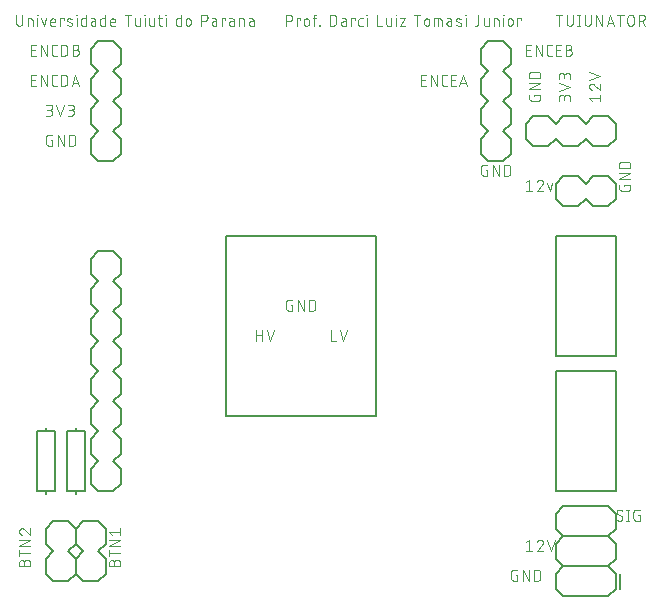
<source format=gto>
G75*
%MOIN*%
%OFA0B0*%
%FSLAX25Y25*%
%IPPOS*%
%LPD*%
%AMOC8*
5,1,8,0,0,1.08239X$1,22.5*
%
%ADD10C,0.00300*%
%ADD11C,0.00800*%
%ADD12C,0.00500*%
D10*
X0092150Y0071150D02*
X0092150Y0072178D01*
X0092152Y0072234D01*
X0092158Y0072290D01*
X0092167Y0072345D01*
X0092180Y0072400D01*
X0092197Y0072453D01*
X0092218Y0072505D01*
X0092242Y0072556D01*
X0092270Y0072605D01*
X0092300Y0072652D01*
X0092334Y0072697D01*
X0092371Y0072739D01*
X0092411Y0072779D01*
X0092453Y0072816D01*
X0092498Y0072850D01*
X0092545Y0072880D01*
X0092594Y0072908D01*
X0092645Y0072932D01*
X0092697Y0072953D01*
X0092750Y0072970D01*
X0092805Y0072983D01*
X0092860Y0072992D01*
X0092916Y0072998D01*
X0092972Y0073000D01*
X0093028Y0072998D01*
X0093084Y0072992D01*
X0093139Y0072983D01*
X0093194Y0072970D01*
X0093247Y0072953D01*
X0093299Y0072932D01*
X0093350Y0072908D01*
X0093399Y0072880D01*
X0093446Y0072850D01*
X0093491Y0072816D01*
X0093533Y0072779D01*
X0093573Y0072739D01*
X0093610Y0072697D01*
X0093644Y0072652D01*
X0093674Y0072605D01*
X0093702Y0072556D01*
X0093726Y0072505D01*
X0093747Y0072453D01*
X0093764Y0072400D01*
X0093777Y0072345D01*
X0093786Y0072290D01*
X0093792Y0072234D01*
X0093794Y0072178D01*
X0093794Y0071150D01*
X0093794Y0072178D02*
X0093796Y0072241D01*
X0093802Y0072304D01*
X0093812Y0072367D01*
X0093825Y0072429D01*
X0093842Y0072490D01*
X0093863Y0072549D01*
X0093888Y0072608D01*
X0093916Y0072664D01*
X0093948Y0072719D01*
X0093983Y0072772D01*
X0094021Y0072822D01*
X0094062Y0072871D01*
X0094106Y0072916D01*
X0094153Y0072959D01*
X0094202Y0072998D01*
X0094254Y0073035D01*
X0094308Y0073068D01*
X0094364Y0073098D01*
X0094421Y0073125D01*
X0094480Y0073148D01*
X0094541Y0073167D01*
X0094602Y0073182D01*
X0094664Y0073194D01*
X0094727Y0073202D01*
X0094790Y0073206D01*
X0094854Y0073206D01*
X0094917Y0073202D01*
X0094980Y0073194D01*
X0095042Y0073182D01*
X0095103Y0073167D01*
X0095164Y0073148D01*
X0095223Y0073125D01*
X0095280Y0073098D01*
X0095336Y0073068D01*
X0095390Y0073035D01*
X0095442Y0072998D01*
X0095491Y0072959D01*
X0095538Y0072916D01*
X0095582Y0072871D01*
X0095623Y0072822D01*
X0095661Y0072772D01*
X0095696Y0072719D01*
X0095728Y0072664D01*
X0095756Y0072608D01*
X0095781Y0072549D01*
X0095802Y0072490D01*
X0095819Y0072429D01*
X0095832Y0072367D01*
X0095842Y0072304D01*
X0095848Y0072241D01*
X0095850Y0072178D01*
X0095850Y0071150D01*
X0092150Y0071150D01*
X0092150Y0074338D02*
X0092150Y0076394D01*
X0092150Y0075366D02*
X0095850Y0075366D01*
X0095850Y0077818D02*
X0092150Y0077818D01*
X0095850Y0079874D01*
X0092150Y0079874D01*
X0093795Y0083286D02*
X0093751Y0083329D01*
X0093704Y0083370D01*
X0093655Y0083407D01*
X0093604Y0083442D01*
X0093550Y0083473D01*
X0093495Y0083501D01*
X0093438Y0083525D01*
X0093380Y0083546D01*
X0093320Y0083563D01*
X0093260Y0083577D01*
X0093199Y0083586D01*
X0093137Y0083592D01*
X0093075Y0083594D01*
X0093794Y0083286D02*
X0095850Y0081538D01*
X0095850Y0083594D01*
X0092972Y0081539D02*
X0092908Y0081562D01*
X0092845Y0081588D01*
X0092784Y0081618D01*
X0092725Y0081651D01*
X0092668Y0081688D01*
X0092613Y0081728D01*
X0092561Y0081771D01*
X0092511Y0081817D01*
X0092463Y0081865D01*
X0092419Y0081916D01*
X0092377Y0081970D01*
X0092339Y0082026D01*
X0092304Y0082084D01*
X0092272Y0082144D01*
X0092244Y0082206D01*
X0092219Y0082269D01*
X0092198Y0082334D01*
X0092181Y0082400D01*
X0092167Y0082466D01*
X0092158Y0082533D01*
X0092152Y0082601D01*
X0092150Y0082669D01*
X0092152Y0082727D01*
X0092157Y0082785D01*
X0092166Y0082842D01*
X0092179Y0082899D01*
X0092195Y0082955D01*
X0092215Y0083010D01*
X0092238Y0083063D01*
X0092264Y0083115D01*
X0092294Y0083165D01*
X0092327Y0083213D01*
X0092362Y0083259D01*
X0092401Y0083302D01*
X0092442Y0083343D01*
X0092485Y0083382D01*
X0092531Y0083417D01*
X0092579Y0083450D01*
X0092629Y0083480D01*
X0092681Y0083506D01*
X0092734Y0083529D01*
X0092789Y0083549D01*
X0092845Y0083565D01*
X0092902Y0083578D01*
X0092959Y0083587D01*
X0093017Y0083592D01*
X0093075Y0083594D01*
X0122150Y0082566D02*
X0125850Y0082566D01*
X0125850Y0081538D02*
X0125850Y0083594D01*
X0122972Y0081538D02*
X0122150Y0082566D01*
X0122150Y0079874D02*
X0125850Y0079874D01*
X0122150Y0077818D01*
X0125850Y0077818D01*
X0125850Y0075366D02*
X0122150Y0075366D01*
X0122150Y0074338D02*
X0122150Y0076394D01*
X0122150Y0072178D02*
X0122150Y0071150D01*
X0125850Y0071150D01*
X0125850Y0072178D01*
X0125848Y0072241D01*
X0125842Y0072304D01*
X0125832Y0072367D01*
X0125819Y0072429D01*
X0125802Y0072490D01*
X0125781Y0072549D01*
X0125756Y0072608D01*
X0125728Y0072664D01*
X0125696Y0072719D01*
X0125661Y0072772D01*
X0125623Y0072822D01*
X0125582Y0072871D01*
X0125538Y0072916D01*
X0125491Y0072959D01*
X0125442Y0072998D01*
X0125390Y0073035D01*
X0125336Y0073068D01*
X0125280Y0073098D01*
X0125223Y0073125D01*
X0125164Y0073148D01*
X0125103Y0073167D01*
X0125042Y0073182D01*
X0124980Y0073194D01*
X0124917Y0073202D01*
X0124854Y0073206D01*
X0124790Y0073206D01*
X0124727Y0073202D01*
X0124664Y0073194D01*
X0124602Y0073182D01*
X0124541Y0073167D01*
X0124480Y0073148D01*
X0124421Y0073125D01*
X0124364Y0073098D01*
X0124308Y0073068D01*
X0124254Y0073035D01*
X0124202Y0072998D01*
X0124153Y0072959D01*
X0124106Y0072916D01*
X0124062Y0072871D01*
X0124021Y0072822D01*
X0123983Y0072772D01*
X0123948Y0072719D01*
X0123916Y0072664D01*
X0123888Y0072608D01*
X0123863Y0072549D01*
X0123842Y0072490D01*
X0123825Y0072429D01*
X0123812Y0072367D01*
X0123802Y0072304D01*
X0123796Y0072241D01*
X0123794Y0072178D01*
X0123794Y0071150D01*
X0123794Y0072178D02*
X0123792Y0072234D01*
X0123786Y0072290D01*
X0123777Y0072345D01*
X0123764Y0072400D01*
X0123747Y0072453D01*
X0123726Y0072505D01*
X0123702Y0072556D01*
X0123674Y0072605D01*
X0123644Y0072652D01*
X0123610Y0072697D01*
X0123573Y0072739D01*
X0123533Y0072779D01*
X0123491Y0072816D01*
X0123446Y0072850D01*
X0123399Y0072880D01*
X0123350Y0072908D01*
X0123299Y0072932D01*
X0123247Y0072953D01*
X0123194Y0072970D01*
X0123139Y0072983D01*
X0123084Y0072992D01*
X0123028Y0072998D01*
X0122972Y0073000D01*
X0122916Y0072998D01*
X0122860Y0072992D01*
X0122805Y0072983D01*
X0122750Y0072970D01*
X0122697Y0072953D01*
X0122645Y0072932D01*
X0122594Y0072908D01*
X0122545Y0072880D01*
X0122498Y0072850D01*
X0122453Y0072816D01*
X0122411Y0072779D01*
X0122371Y0072739D01*
X0122334Y0072697D01*
X0122300Y0072652D01*
X0122270Y0072605D01*
X0122242Y0072556D01*
X0122218Y0072505D01*
X0122197Y0072453D01*
X0122180Y0072400D01*
X0122167Y0072345D01*
X0122158Y0072290D01*
X0122152Y0072234D01*
X0122150Y0072178D01*
X0171150Y0146150D02*
X0171150Y0149850D01*
X0171150Y0148206D02*
X0173206Y0148206D01*
X0173206Y0149850D02*
X0173206Y0146150D01*
X0175898Y0146150D02*
X0177131Y0149850D01*
X0174664Y0149850D02*
X0175898Y0146150D01*
X0181972Y0156150D02*
X0183206Y0156150D01*
X0183206Y0158206D01*
X0182589Y0158206D01*
X0181150Y0159028D02*
X0181152Y0159084D01*
X0181158Y0159140D01*
X0181167Y0159195D01*
X0181180Y0159250D01*
X0181197Y0159303D01*
X0181218Y0159355D01*
X0181242Y0159406D01*
X0181270Y0159455D01*
X0181300Y0159502D01*
X0181334Y0159547D01*
X0181371Y0159589D01*
X0181411Y0159629D01*
X0181453Y0159666D01*
X0181498Y0159700D01*
X0181545Y0159730D01*
X0181594Y0159758D01*
X0181645Y0159782D01*
X0181697Y0159803D01*
X0181750Y0159820D01*
X0181805Y0159833D01*
X0181860Y0159842D01*
X0181916Y0159848D01*
X0181972Y0159850D01*
X0183206Y0159850D01*
X0184990Y0159850D02*
X0187046Y0156150D01*
X0187046Y0159850D01*
X0188830Y0159850D02*
X0189858Y0159850D01*
X0189920Y0159848D01*
X0189982Y0159843D01*
X0190043Y0159833D01*
X0190104Y0159820D01*
X0190164Y0159803D01*
X0190223Y0159783D01*
X0190280Y0159759D01*
X0190336Y0159732D01*
X0190390Y0159702D01*
X0190442Y0159668D01*
X0190492Y0159631D01*
X0190540Y0159591D01*
X0190585Y0159549D01*
X0190627Y0159504D01*
X0190667Y0159456D01*
X0190704Y0159406D01*
X0190738Y0159354D01*
X0190768Y0159300D01*
X0190795Y0159244D01*
X0190819Y0159187D01*
X0190839Y0159128D01*
X0190856Y0159068D01*
X0190869Y0159007D01*
X0190879Y0158946D01*
X0190884Y0158884D01*
X0190886Y0158822D01*
X0190886Y0157178D01*
X0190884Y0157116D01*
X0190879Y0157054D01*
X0190869Y0156993D01*
X0190856Y0156932D01*
X0190839Y0156872D01*
X0190819Y0156813D01*
X0190795Y0156756D01*
X0190768Y0156700D01*
X0190738Y0156646D01*
X0190704Y0156594D01*
X0190667Y0156544D01*
X0190627Y0156496D01*
X0190585Y0156451D01*
X0190540Y0156409D01*
X0190492Y0156369D01*
X0190442Y0156332D01*
X0190390Y0156298D01*
X0190336Y0156268D01*
X0190280Y0156241D01*
X0190223Y0156217D01*
X0190164Y0156197D01*
X0190104Y0156180D01*
X0190043Y0156167D01*
X0189982Y0156157D01*
X0189920Y0156152D01*
X0189858Y0156150D01*
X0188830Y0156150D01*
X0188830Y0159850D01*
X0184990Y0159850D02*
X0184990Y0156150D01*
X0181972Y0156150D02*
X0181916Y0156152D01*
X0181860Y0156158D01*
X0181805Y0156167D01*
X0181750Y0156180D01*
X0181697Y0156197D01*
X0181645Y0156218D01*
X0181594Y0156242D01*
X0181545Y0156270D01*
X0181498Y0156300D01*
X0181453Y0156334D01*
X0181411Y0156371D01*
X0181371Y0156411D01*
X0181334Y0156453D01*
X0181300Y0156498D01*
X0181270Y0156545D01*
X0181242Y0156594D01*
X0181218Y0156645D01*
X0181197Y0156697D01*
X0181180Y0156750D01*
X0181167Y0156805D01*
X0181158Y0156860D01*
X0181152Y0156916D01*
X0181150Y0156972D01*
X0181150Y0159028D01*
X0196150Y0149850D02*
X0196150Y0146150D01*
X0197794Y0146150D01*
X0200171Y0146150D02*
X0201404Y0149850D01*
X0198938Y0149850D02*
X0200171Y0146150D01*
X0261150Y0196150D02*
X0263206Y0196150D01*
X0262178Y0196150D02*
X0262178Y0199850D01*
X0261150Y0199028D01*
X0264750Y0196150D02*
X0266806Y0196150D01*
X0264750Y0196150D02*
X0266497Y0198206D01*
X0265881Y0199850D02*
X0265813Y0199848D01*
X0265745Y0199842D01*
X0265678Y0199833D01*
X0265612Y0199819D01*
X0265546Y0199802D01*
X0265481Y0199781D01*
X0265418Y0199756D01*
X0265356Y0199728D01*
X0265296Y0199696D01*
X0265238Y0199661D01*
X0265182Y0199623D01*
X0265129Y0199581D01*
X0265077Y0199537D01*
X0265029Y0199489D01*
X0264983Y0199439D01*
X0264940Y0199387D01*
X0264900Y0199332D01*
X0264863Y0199275D01*
X0264830Y0199216D01*
X0264800Y0199155D01*
X0264774Y0199092D01*
X0264751Y0199028D01*
X0266498Y0198205D02*
X0266541Y0198249D01*
X0266582Y0198296D01*
X0266619Y0198345D01*
X0266654Y0198396D01*
X0266685Y0198450D01*
X0266713Y0198505D01*
X0266737Y0198562D01*
X0266758Y0198620D01*
X0266775Y0198680D01*
X0266789Y0198740D01*
X0266798Y0198801D01*
X0266804Y0198863D01*
X0266806Y0198925D01*
X0266804Y0198983D01*
X0266799Y0199041D01*
X0266790Y0199098D01*
X0266777Y0199155D01*
X0266761Y0199211D01*
X0266741Y0199266D01*
X0266718Y0199319D01*
X0266692Y0199371D01*
X0266662Y0199421D01*
X0266629Y0199469D01*
X0266594Y0199515D01*
X0266555Y0199558D01*
X0266514Y0199599D01*
X0266471Y0199638D01*
X0266425Y0199673D01*
X0266377Y0199706D01*
X0266327Y0199736D01*
X0266275Y0199762D01*
X0266222Y0199785D01*
X0266167Y0199805D01*
X0266111Y0199821D01*
X0266054Y0199834D01*
X0265997Y0199843D01*
X0265939Y0199848D01*
X0265881Y0199850D01*
X0268196Y0198617D02*
X0269018Y0196150D01*
X0269840Y0198617D01*
X0255886Y0202178D02*
X0255886Y0203822D01*
X0255884Y0203884D01*
X0255879Y0203946D01*
X0255869Y0204007D01*
X0255856Y0204068D01*
X0255839Y0204128D01*
X0255819Y0204187D01*
X0255795Y0204244D01*
X0255768Y0204300D01*
X0255738Y0204354D01*
X0255704Y0204406D01*
X0255667Y0204456D01*
X0255627Y0204504D01*
X0255585Y0204549D01*
X0255540Y0204591D01*
X0255492Y0204631D01*
X0255442Y0204668D01*
X0255390Y0204702D01*
X0255336Y0204732D01*
X0255280Y0204759D01*
X0255223Y0204783D01*
X0255164Y0204803D01*
X0255104Y0204820D01*
X0255043Y0204833D01*
X0254982Y0204843D01*
X0254920Y0204848D01*
X0254858Y0204850D01*
X0253830Y0204850D01*
X0253830Y0201150D01*
X0254858Y0201150D01*
X0254920Y0201152D01*
X0254982Y0201157D01*
X0255043Y0201167D01*
X0255104Y0201180D01*
X0255164Y0201197D01*
X0255223Y0201217D01*
X0255280Y0201241D01*
X0255336Y0201268D01*
X0255390Y0201298D01*
X0255442Y0201332D01*
X0255492Y0201369D01*
X0255540Y0201409D01*
X0255585Y0201451D01*
X0255627Y0201496D01*
X0255667Y0201544D01*
X0255704Y0201594D01*
X0255738Y0201646D01*
X0255768Y0201700D01*
X0255795Y0201756D01*
X0255819Y0201813D01*
X0255839Y0201872D01*
X0255856Y0201932D01*
X0255869Y0201993D01*
X0255879Y0202054D01*
X0255884Y0202116D01*
X0255886Y0202178D01*
X0252046Y0201150D02*
X0252046Y0204850D01*
X0249990Y0204850D02*
X0252046Y0201150D01*
X0249990Y0201150D02*
X0249990Y0204850D01*
X0248206Y0204850D02*
X0246972Y0204850D01*
X0246916Y0204848D01*
X0246860Y0204842D01*
X0246805Y0204833D01*
X0246750Y0204820D01*
X0246697Y0204803D01*
X0246645Y0204782D01*
X0246594Y0204758D01*
X0246545Y0204730D01*
X0246498Y0204700D01*
X0246453Y0204666D01*
X0246411Y0204629D01*
X0246371Y0204589D01*
X0246334Y0204547D01*
X0246300Y0204502D01*
X0246270Y0204455D01*
X0246242Y0204406D01*
X0246218Y0204355D01*
X0246197Y0204303D01*
X0246180Y0204250D01*
X0246167Y0204195D01*
X0246158Y0204140D01*
X0246152Y0204084D01*
X0246150Y0204028D01*
X0246150Y0201972D01*
X0246152Y0201916D01*
X0246158Y0201860D01*
X0246167Y0201805D01*
X0246180Y0201750D01*
X0246197Y0201697D01*
X0246218Y0201645D01*
X0246242Y0201594D01*
X0246270Y0201545D01*
X0246300Y0201498D01*
X0246334Y0201453D01*
X0246371Y0201411D01*
X0246411Y0201371D01*
X0246453Y0201334D01*
X0246498Y0201300D01*
X0246545Y0201270D01*
X0246594Y0201242D01*
X0246645Y0201218D01*
X0246697Y0201197D01*
X0246750Y0201180D01*
X0246805Y0201167D01*
X0246860Y0201158D01*
X0246916Y0201152D01*
X0246972Y0201150D01*
X0248206Y0201150D01*
X0248206Y0203206D01*
X0247589Y0203206D01*
X0262972Y0226150D02*
X0265028Y0226150D01*
X0265084Y0226152D01*
X0265140Y0226158D01*
X0265195Y0226167D01*
X0265250Y0226180D01*
X0265303Y0226197D01*
X0265355Y0226218D01*
X0265406Y0226242D01*
X0265455Y0226270D01*
X0265502Y0226300D01*
X0265547Y0226334D01*
X0265589Y0226371D01*
X0265629Y0226411D01*
X0265666Y0226453D01*
X0265700Y0226498D01*
X0265730Y0226545D01*
X0265758Y0226594D01*
X0265782Y0226645D01*
X0265803Y0226697D01*
X0265820Y0226750D01*
X0265833Y0226805D01*
X0265842Y0226860D01*
X0265848Y0226916D01*
X0265850Y0226972D01*
X0265850Y0228206D01*
X0263794Y0228206D01*
X0263794Y0227589D01*
X0262972Y0226150D02*
X0262916Y0226152D01*
X0262860Y0226158D01*
X0262805Y0226167D01*
X0262750Y0226180D01*
X0262697Y0226197D01*
X0262645Y0226218D01*
X0262594Y0226242D01*
X0262545Y0226270D01*
X0262498Y0226300D01*
X0262453Y0226334D01*
X0262411Y0226371D01*
X0262371Y0226411D01*
X0262334Y0226453D01*
X0262300Y0226498D01*
X0262270Y0226545D01*
X0262242Y0226594D01*
X0262218Y0226644D01*
X0262197Y0226697D01*
X0262180Y0226750D01*
X0262167Y0226805D01*
X0262158Y0226860D01*
X0262152Y0226916D01*
X0262150Y0226972D01*
X0262150Y0228206D01*
X0262150Y0229990D02*
X0265850Y0232046D01*
X0262150Y0232046D01*
X0262150Y0233830D02*
X0262150Y0234858D01*
X0262152Y0234920D01*
X0262157Y0234982D01*
X0262167Y0235043D01*
X0262180Y0235104D01*
X0262197Y0235164D01*
X0262217Y0235223D01*
X0262241Y0235280D01*
X0262268Y0235336D01*
X0262298Y0235390D01*
X0262332Y0235442D01*
X0262369Y0235492D01*
X0262409Y0235540D01*
X0262451Y0235585D01*
X0262496Y0235627D01*
X0262544Y0235667D01*
X0262594Y0235704D01*
X0262646Y0235738D01*
X0262700Y0235768D01*
X0262756Y0235795D01*
X0262813Y0235819D01*
X0262872Y0235839D01*
X0262932Y0235856D01*
X0262993Y0235869D01*
X0263054Y0235879D01*
X0263116Y0235884D01*
X0263178Y0235886D01*
X0264822Y0235886D01*
X0264884Y0235884D01*
X0264946Y0235879D01*
X0265007Y0235869D01*
X0265068Y0235856D01*
X0265128Y0235839D01*
X0265187Y0235819D01*
X0265244Y0235795D01*
X0265300Y0235768D01*
X0265354Y0235738D01*
X0265406Y0235704D01*
X0265456Y0235667D01*
X0265504Y0235627D01*
X0265549Y0235585D01*
X0265591Y0235540D01*
X0265631Y0235492D01*
X0265668Y0235442D01*
X0265702Y0235390D01*
X0265732Y0235336D01*
X0265759Y0235280D01*
X0265783Y0235223D01*
X0265803Y0235164D01*
X0265820Y0235104D01*
X0265833Y0235043D01*
X0265843Y0234982D01*
X0265848Y0234920D01*
X0265850Y0234858D01*
X0265850Y0233830D01*
X0262150Y0233830D01*
X0262150Y0229990D02*
X0265850Y0229990D01*
X0272150Y0229544D02*
X0275850Y0230778D01*
X0272150Y0232011D01*
X0272150Y0233350D02*
X0272150Y0234583D01*
X0272152Y0234639D01*
X0272158Y0234695D01*
X0272167Y0234750D01*
X0272180Y0234805D01*
X0272197Y0234858D01*
X0272218Y0234910D01*
X0272242Y0234961D01*
X0272270Y0235010D01*
X0272300Y0235057D01*
X0272334Y0235102D01*
X0272371Y0235144D01*
X0272411Y0235184D01*
X0272453Y0235221D01*
X0272498Y0235255D01*
X0272545Y0235285D01*
X0272594Y0235313D01*
X0272645Y0235337D01*
X0272697Y0235358D01*
X0272750Y0235375D01*
X0272805Y0235388D01*
X0272860Y0235397D01*
X0272916Y0235403D01*
X0272972Y0235405D01*
X0273028Y0235403D01*
X0273084Y0235397D01*
X0273139Y0235388D01*
X0273194Y0235375D01*
X0273247Y0235358D01*
X0273299Y0235337D01*
X0273350Y0235313D01*
X0273399Y0235285D01*
X0273446Y0235255D01*
X0273491Y0235221D01*
X0273533Y0235184D01*
X0273573Y0235144D01*
X0273610Y0235102D01*
X0273644Y0235057D01*
X0273674Y0235010D01*
X0273702Y0234961D01*
X0273726Y0234910D01*
X0273747Y0234858D01*
X0273764Y0234805D01*
X0273777Y0234750D01*
X0273786Y0234695D01*
X0273792Y0234639D01*
X0273794Y0234583D01*
X0273794Y0233761D01*
X0273794Y0234378D02*
X0273796Y0234441D01*
X0273802Y0234504D01*
X0273812Y0234567D01*
X0273825Y0234629D01*
X0273842Y0234690D01*
X0273863Y0234749D01*
X0273888Y0234808D01*
X0273916Y0234864D01*
X0273948Y0234919D01*
X0273983Y0234972D01*
X0274021Y0235022D01*
X0274062Y0235071D01*
X0274106Y0235116D01*
X0274153Y0235159D01*
X0274202Y0235198D01*
X0274254Y0235235D01*
X0274308Y0235268D01*
X0274364Y0235298D01*
X0274421Y0235325D01*
X0274480Y0235348D01*
X0274541Y0235367D01*
X0274602Y0235382D01*
X0274664Y0235394D01*
X0274727Y0235402D01*
X0274790Y0235406D01*
X0274854Y0235406D01*
X0274917Y0235402D01*
X0274980Y0235394D01*
X0275042Y0235382D01*
X0275103Y0235367D01*
X0275164Y0235348D01*
X0275223Y0235325D01*
X0275280Y0235298D01*
X0275336Y0235268D01*
X0275390Y0235235D01*
X0275442Y0235198D01*
X0275491Y0235159D01*
X0275538Y0235116D01*
X0275582Y0235071D01*
X0275623Y0235022D01*
X0275661Y0234972D01*
X0275696Y0234919D01*
X0275728Y0234864D01*
X0275756Y0234808D01*
X0275781Y0234749D01*
X0275802Y0234690D01*
X0275819Y0234629D01*
X0275832Y0234567D01*
X0275842Y0234504D01*
X0275848Y0234441D01*
X0275850Y0234378D01*
X0275850Y0233350D01*
X0275850Y0227178D02*
X0275850Y0226150D01*
X0275850Y0227178D02*
X0275848Y0227241D01*
X0275842Y0227304D01*
X0275832Y0227367D01*
X0275819Y0227429D01*
X0275802Y0227490D01*
X0275781Y0227549D01*
X0275756Y0227608D01*
X0275728Y0227664D01*
X0275696Y0227719D01*
X0275661Y0227772D01*
X0275623Y0227822D01*
X0275582Y0227871D01*
X0275538Y0227916D01*
X0275491Y0227959D01*
X0275442Y0227998D01*
X0275390Y0228035D01*
X0275336Y0228068D01*
X0275280Y0228098D01*
X0275223Y0228125D01*
X0275164Y0228148D01*
X0275103Y0228167D01*
X0275042Y0228182D01*
X0274980Y0228194D01*
X0274917Y0228202D01*
X0274854Y0228206D01*
X0274790Y0228206D01*
X0274727Y0228202D01*
X0274664Y0228194D01*
X0274602Y0228182D01*
X0274541Y0228167D01*
X0274480Y0228148D01*
X0274421Y0228125D01*
X0274364Y0228098D01*
X0274308Y0228068D01*
X0274254Y0228035D01*
X0274202Y0227998D01*
X0274153Y0227959D01*
X0274106Y0227916D01*
X0274062Y0227871D01*
X0274021Y0227822D01*
X0273983Y0227772D01*
X0273948Y0227719D01*
X0273916Y0227664D01*
X0273888Y0227608D01*
X0273863Y0227549D01*
X0273842Y0227490D01*
X0273825Y0227429D01*
X0273812Y0227367D01*
X0273802Y0227304D01*
X0273796Y0227241D01*
X0273794Y0227178D01*
X0273794Y0227383D02*
X0273794Y0226561D01*
X0273794Y0227383D02*
X0273792Y0227439D01*
X0273786Y0227495D01*
X0273777Y0227550D01*
X0273764Y0227605D01*
X0273747Y0227658D01*
X0273726Y0227710D01*
X0273702Y0227761D01*
X0273674Y0227810D01*
X0273644Y0227857D01*
X0273610Y0227902D01*
X0273573Y0227944D01*
X0273533Y0227984D01*
X0273491Y0228021D01*
X0273446Y0228055D01*
X0273399Y0228085D01*
X0273350Y0228113D01*
X0273299Y0228137D01*
X0273247Y0228158D01*
X0273194Y0228175D01*
X0273139Y0228188D01*
X0273084Y0228197D01*
X0273028Y0228203D01*
X0272972Y0228205D01*
X0272916Y0228203D01*
X0272860Y0228197D01*
X0272805Y0228188D01*
X0272750Y0228175D01*
X0272697Y0228158D01*
X0272645Y0228137D01*
X0272594Y0228113D01*
X0272545Y0228085D01*
X0272498Y0228055D01*
X0272453Y0228021D01*
X0272411Y0227984D01*
X0272371Y0227944D01*
X0272334Y0227902D01*
X0272300Y0227857D01*
X0272270Y0227810D01*
X0272242Y0227761D01*
X0272218Y0227710D01*
X0272197Y0227658D01*
X0272180Y0227605D01*
X0272167Y0227550D01*
X0272158Y0227495D01*
X0272152Y0227439D01*
X0272150Y0227383D01*
X0272150Y0226150D01*
X0282150Y0227178D02*
X0285850Y0227178D01*
X0285850Y0226150D02*
X0285850Y0228206D01*
X0285850Y0229750D02*
X0285850Y0231806D01*
X0285850Y0229750D02*
X0283794Y0231497D01*
X0282150Y0230881D02*
X0282152Y0230813D01*
X0282158Y0230745D01*
X0282167Y0230678D01*
X0282181Y0230612D01*
X0282198Y0230546D01*
X0282219Y0230481D01*
X0282244Y0230418D01*
X0282272Y0230356D01*
X0282304Y0230296D01*
X0282339Y0230238D01*
X0282377Y0230182D01*
X0282419Y0230128D01*
X0282463Y0230077D01*
X0282511Y0230029D01*
X0282561Y0229983D01*
X0282613Y0229940D01*
X0282668Y0229900D01*
X0282725Y0229863D01*
X0282784Y0229830D01*
X0282845Y0229800D01*
X0282908Y0229774D01*
X0282972Y0229751D01*
X0283795Y0231498D02*
X0283751Y0231541D01*
X0283704Y0231582D01*
X0283655Y0231619D01*
X0283604Y0231654D01*
X0283550Y0231685D01*
X0283495Y0231713D01*
X0283438Y0231737D01*
X0283380Y0231758D01*
X0283320Y0231775D01*
X0283260Y0231789D01*
X0283199Y0231798D01*
X0283137Y0231804D01*
X0283075Y0231806D01*
X0283017Y0231804D01*
X0282959Y0231799D01*
X0282902Y0231790D01*
X0282845Y0231777D01*
X0282789Y0231761D01*
X0282734Y0231741D01*
X0282681Y0231718D01*
X0282629Y0231692D01*
X0282579Y0231662D01*
X0282531Y0231629D01*
X0282485Y0231594D01*
X0282442Y0231555D01*
X0282401Y0231514D01*
X0282362Y0231471D01*
X0282327Y0231425D01*
X0282294Y0231377D01*
X0282264Y0231327D01*
X0282238Y0231275D01*
X0282215Y0231222D01*
X0282195Y0231167D01*
X0282179Y0231111D01*
X0282166Y0231054D01*
X0282157Y0230997D01*
X0282152Y0230939D01*
X0282150Y0230881D01*
X0282150Y0233144D02*
X0285850Y0234378D01*
X0282150Y0235611D01*
X0275302Y0241150D02*
X0274275Y0241150D01*
X0274275Y0244850D01*
X0275302Y0244850D01*
X0275358Y0244848D01*
X0275414Y0244842D01*
X0275469Y0244833D01*
X0275524Y0244820D01*
X0275577Y0244803D01*
X0275629Y0244782D01*
X0275680Y0244758D01*
X0275729Y0244730D01*
X0275776Y0244700D01*
X0275821Y0244666D01*
X0275863Y0244629D01*
X0275903Y0244589D01*
X0275940Y0244547D01*
X0275974Y0244502D01*
X0276004Y0244455D01*
X0276032Y0244406D01*
X0276056Y0244355D01*
X0276077Y0244303D01*
X0276094Y0244250D01*
X0276107Y0244195D01*
X0276116Y0244140D01*
X0276122Y0244084D01*
X0276124Y0244028D01*
X0276122Y0243972D01*
X0276116Y0243916D01*
X0276107Y0243861D01*
X0276094Y0243806D01*
X0276077Y0243753D01*
X0276056Y0243701D01*
X0276032Y0243650D01*
X0276004Y0243601D01*
X0275974Y0243554D01*
X0275940Y0243509D01*
X0275903Y0243467D01*
X0275863Y0243427D01*
X0275821Y0243390D01*
X0275776Y0243356D01*
X0275729Y0243326D01*
X0275680Y0243298D01*
X0275629Y0243274D01*
X0275577Y0243253D01*
X0275524Y0243236D01*
X0275469Y0243223D01*
X0275414Y0243214D01*
X0275358Y0243208D01*
X0275302Y0243206D01*
X0274275Y0243206D01*
X0275302Y0243206D02*
X0275365Y0243204D01*
X0275428Y0243198D01*
X0275491Y0243188D01*
X0275553Y0243175D01*
X0275614Y0243158D01*
X0275673Y0243137D01*
X0275732Y0243112D01*
X0275788Y0243084D01*
X0275843Y0243052D01*
X0275896Y0243017D01*
X0275946Y0242979D01*
X0275995Y0242938D01*
X0276040Y0242894D01*
X0276083Y0242847D01*
X0276122Y0242798D01*
X0276159Y0242746D01*
X0276192Y0242692D01*
X0276222Y0242636D01*
X0276249Y0242579D01*
X0276272Y0242520D01*
X0276291Y0242459D01*
X0276306Y0242398D01*
X0276318Y0242336D01*
X0276326Y0242273D01*
X0276330Y0242210D01*
X0276330Y0242146D01*
X0276326Y0242083D01*
X0276318Y0242020D01*
X0276306Y0241958D01*
X0276291Y0241897D01*
X0276272Y0241836D01*
X0276249Y0241777D01*
X0276222Y0241720D01*
X0276192Y0241664D01*
X0276159Y0241610D01*
X0276122Y0241558D01*
X0276083Y0241509D01*
X0276040Y0241462D01*
X0275995Y0241418D01*
X0275946Y0241377D01*
X0275896Y0241339D01*
X0275843Y0241304D01*
X0275788Y0241272D01*
X0275732Y0241244D01*
X0275673Y0241219D01*
X0275614Y0241198D01*
X0275553Y0241181D01*
X0275491Y0241168D01*
X0275428Y0241158D01*
X0275365Y0241152D01*
X0275302Y0241150D01*
X0272754Y0241150D02*
X0271110Y0241150D01*
X0271110Y0244850D01*
X0272754Y0244850D01*
X0272343Y0243206D02*
X0271110Y0243206D01*
X0269617Y0244850D02*
X0268795Y0244850D01*
X0268739Y0244848D01*
X0268683Y0244842D01*
X0268628Y0244833D01*
X0268573Y0244820D01*
X0268520Y0244803D01*
X0268468Y0244782D01*
X0268417Y0244758D01*
X0268368Y0244730D01*
X0268321Y0244700D01*
X0268276Y0244666D01*
X0268234Y0244629D01*
X0268194Y0244589D01*
X0268157Y0244547D01*
X0268123Y0244502D01*
X0268093Y0244455D01*
X0268065Y0244406D01*
X0268041Y0244355D01*
X0268020Y0244303D01*
X0268003Y0244250D01*
X0267990Y0244195D01*
X0267981Y0244140D01*
X0267975Y0244084D01*
X0267973Y0244028D01*
X0267973Y0241972D01*
X0267975Y0241916D01*
X0267981Y0241860D01*
X0267990Y0241805D01*
X0268003Y0241750D01*
X0268020Y0241697D01*
X0268041Y0241645D01*
X0268065Y0241594D01*
X0268093Y0241545D01*
X0268123Y0241498D01*
X0268157Y0241453D01*
X0268194Y0241411D01*
X0268234Y0241371D01*
X0268276Y0241334D01*
X0268321Y0241300D01*
X0268368Y0241270D01*
X0268417Y0241242D01*
X0268468Y0241218D01*
X0268520Y0241197D01*
X0268573Y0241180D01*
X0268628Y0241167D01*
X0268683Y0241158D01*
X0268739Y0241152D01*
X0268795Y0241150D01*
X0269617Y0241150D01*
X0266319Y0241150D02*
X0266319Y0244850D01*
X0264263Y0244850D02*
X0264263Y0241150D01*
X0262794Y0241150D02*
X0261150Y0241150D01*
X0261150Y0244850D01*
X0262794Y0244850D01*
X0264263Y0244850D02*
X0266319Y0241150D01*
X0262383Y0243206D02*
X0261150Y0243206D01*
X0258244Y0251150D02*
X0258244Y0253617D01*
X0259477Y0253617D01*
X0259477Y0253206D01*
X0256628Y0252794D02*
X0256628Y0251972D01*
X0256626Y0251916D01*
X0256620Y0251860D01*
X0256611Y0251805D01*
X0256598Y0251750D01*
X0256581Y0251697D01*
X0256560Y0251645D01*
X0256536Y0251594D01*
X0256508Y0251545D01*
X0256478Y0251498D01*
X0256444Y0251453D01*
X0256407Y0251411D01*
X0256367Y0251371D01*
X0256325Y0251334D01*
X0256280Y0251300D01*
X0256233Y0251270D01*
X0256184Y0251242D01*
X0256133Y0251218D01*
X0256081Y0251197D01*
X0256028Y0251180D01*
X0255973Y0251167D01*
X0255918Y0251158D01*
X0255862Y0251152D01*
X0255806Y0251150D01*
X0255750Y0251152D01*
X0255694Y0251158D01*
X0255639Y0251167D01*
X0255584Y0251180D01*
X0255531Y0251197D01*
X0255479Y0251218D01*
X0255428Y0251242D01*
X0255379Y0251270D01*
X0255332Y0251300D01*
X0255287Y0251334D01*
X0255245Y0251371D01*
X0255205Y0251411D01*
X0255168Y0251453D01*
X0255134Y0251498D01*
X0255104Y0251545D01*
X0255076Y0251594D01*
X0255052Y0251645D01*
X0255031Y0251697D01*
X0255014Y0251750D01*
X0255001Y0251805D01*
X0254992Y0251860D01*
X0254986Y0251916D01*
X0254984Y0251972D01*
X0254984Y0252794D01*
X0254986Y0252850D01*
X0254992Y0252906D01*
X0255001Y0252961D01*
X0255014Y0253016D01*
X0255031Y0253069D01*
X0255052Y0253121D01*
X0255076Y0253172D01*
X0255104Y0253221D01*
X0255134Y0253268D01*
X0255168Y0253313D01*
X0255205Y0253355D01*
X0255245Y0253395D01*
X0255287Y0253432D01*
X0255332Y0253466D01*
X0255379Y0253496D01*
X0255428Y0253524D01*
X0255479Y0253548D01*
X0255531Y0253569D01*
X0255584Y0253586D01*
X0255639Y0253599D01*
X0255694Y0253608D01*
X0255750Y0253614D01*
X0255806Y0253616D01*
X0255862Y0253614D01*
X0255918Y0253608D01*
X0255973Y0253599D01*
X0256028Y0253586D01*
X0256081Y0253569D01*
X0256133Y0253548D01*
X0256184Y0253524D01*
X0256233Y0253496D01*
X0256280Y0253466D01*
X0256325Y0253432D01*
X0256367Y0253395D01*
X0256407Y0253355D01*
X0256444Y0253313D01*
X0256478Y0253268D01*
X0256508Y0253221D01*
X0256536Y0253172D01*
X0256560Y0253121D01*
X0256581Y0253069D01*
X0256598Y0253016D01*
X0256611Y0252961D01*
X0256620Y0252906D01*
X0256626Y0252850D01*
X0256628Y0252794D01*
X0253526Y0253617D02*
X0253526Y0251150D01*
X0251948Y0251150D02*
X0251948Y0253000D01*
X0251946Y0253048D01*
X0251940Y0253097D01*
X0251931Y0253144D01*
X0251918Y0253191D01*
X0251901Y0253236D01*
X0251881Y0253280D01*
X0251857Y0253322D01*
X0251830Y0253363D01*
X0251800Y0253401D01*
X0251767Y0253436D01*
X0251732Y0253469D01*
X0251694Y0253499D01*
X0251653Y0253526D01*
X0251611Y0253550D01*
X0251567Y0253570D01*
X0251522Y0253587D01*
X0251475Y0253600D01*
X0251428Y0253609D01*
X0251379Y0253615D01*
X0251331Y0253617D01*
X0250304Y0253617D01*
X0250304Y0251150D01*
X0248588Y0251150D02*
X0248588Y0253617D01*
X0246944Y0253617D02*
X0246944Y0251767D01*
X0246943Y0251767D02*
X0246945Y0251719D01*
X0246951Y0251670D01*
X0246960Y0251623D01*
X0246973Y0251576D01*
X0246990Y0251531D01*
X0247010Y0251487D01*
X0247034Y0251445D01*
X0247061Y0251404D01*
X0247091Y0251366D01*
X0247124Y0251331D01*
X0247159Y0251298D01*
X0247197Y0251268D01*
X0247238Y0251241D01*
X0247280Y0251217D01*
X0247324Y0251197D01*
X0247369Y0251180D01*
X0247416Y0251167D01*
X0247463Y0251158D01*
X0247512Y0251152D01*
X0247560Y0251150D01*
X0248588Y0251150D01*
X0245208Y0251972D02*
X0245208Y0254850D01*
X0245208Y0251972D02*
X0245206Y0251916D01*
X0245200Y0251860D01*
X0245191Y0251805D01*
X0245178Y0251750D01*
X0245161Y0251697D01*
X0245140Y0251645D01*
X0245116Y0251594D01*
X0245088Y0251545D01*
X0245058Y0251498D01*
X0245024Y0251453D01*
X0244987Y0251411D01*
X0244947Y0251371D01*
X0244905Y0251334D01*
X0244860Y0251300D01*
X0244813Y0251270D01*
X0244764Y0251242D01*
X0244713Y0251218D01*
X0244661Y0251197D01*
X0244608Y0251180D01*
X0244553Y0251167D01*
X0244498Y0251158D01*
X0244442Y0251152D01*
X0244386Y0251150D01*
X0243974Y0251150D01*
X0240926Y0251150D02*
X0240926Y0253617D01*
X0241029Y0254644D02*
X0240823Y0254644D01*
X0240823Y0254850D01*
X0241029Y0254850D01*
X0241029Y0254644D01*
X0238954Y0251149D02*
X0238839Y0251153D01*
X0238724Y0251160D01*
X0238609Y0251171D01*
X0238494Y0251186D01*
X0238380Y0251205D01*
X0238267Y0251228D01*
X0238155Y0251254D01*
X0238043Y0251284D01*
X0237933Y0251318D01*
X0237824Y0251355D01*
X0238337Y0253617D02*
X0238433Y0253613D01*
X0238528Y0253606D01*
X0238623Y0253595D01*
X0238717Y0253580D01*
X0238810Y0253561D01*
X0238903Y0253539D01*
X0238995Y0253512D01*
X0239085Y0253482D01*
X0239174Y0253449D01*
X0239262Y0253411D01*
X0238338Y0253617D02*
X0238293Y0253616D01*
X0238248Y0253611D01*
X0238204Y0253602D01*
X0238161Y0253590D01*
X0238119Y0253574D01*
X0238079Y0253554D01*
X0238040Y0253531D01*
X0238004Y0253506D01*
X0237970Y0253477D01*
X0237938Y0253445D01*
X0237909Y0253411D01*
X0237883Y0253374D01*
X0237860Y0253336D01*
X0237841Y0253295D01*
X0237825Y0253253D01*
X0237812Y0253210D01*
X0237803Y0253166D01*
X0237798Y0253122D01*
X0237797Y0253077D01*
X0237800Y0253032D01*
X0237806Y0252988D01*
X0237816Y0252944D01*
X0237829Y0252902D01*
X0237846Y0252860D01*
X0237867Y0252820D01*
X0237891Y0252782D01*
X0237917Y0252747D01*
X0237947Y0252713D01*
X0237980Y0252682D01*
X0238015Y0252654D01*
X0238052Y0252629D01*
X0238091Y0252608D01*
X0238132Y0252589D01*
X0239160Y0252178D01*
X0239201Y0252159D01*
X0239240Y0252138D01*
X0239277Y0252113D01*
X0239312Y0252085D01*
X0239345Y0252054D01*
X0239375Y0252020D01*
X0239401Y0251985D01*
X0239425Y0251947D01*
X0239446Y0251907D01*
X0239463Y0251865D01*
X0239476Y0251823D01*
X0239486Y0251779D01*
X0239492Y0251735D01*
X0239495Y0251690D01*
X0239494Y0251645D01*
X0239489Y0251601D01*
X0239480Y0251557D01*
X0239467Y0251514D01*
X0239451Y0251472D01*
X0239432Y0251431D01*
X0239409Y0251393D01*
X0239383Y0251356D01*
X0239354Y0251322D01*
X0239322Y0251290D01*
X0239288Y0251261D01*
X0239252Y0251236D01*
X0239213Y0251213D01*
X0239173Y0251193D01*
X0239131Y0251177D01*
X0239088Y0251165D01*
X0239044Y0251156D01*
X0238999Y0251151D01*
X0238954Y0251150D01*
X0236210Y0251150D02*
X0236210Y0253000D01*
X0236210Y0252589D02*
X0235285Y0252589D01*
X0236210Y0253000D02*
X0236208Y0253048D01*
X0236202Y0253097D01*
X0236193Y0253144D01*
X0236180Y0253191D01*
X0236163Y0253236D01*
X0236143Y0253280D01*
X0236119Y0253322D01*
X0236092Y0253363D01*
X0236062Y0253401D01*
X0236029Y0253436D01*
X0235994Y0253469D01*
X0235956Y0253499D01*
X0235915Y0253526D01*
X0235873Y0253550D01*
X0235829Y0253570D01*
X0235784Y0253587D01*
X0235737Y0253600D01*
X0235690Y0253609D01*
X0235641Y0253615D01*
X0235593Y0253617D01*
X0234771Y0253617D01*
X0235285Y0252588D02*
X0235233Y0252586D01*
X0235180Y0252580D01*
X0235129Y0252571D01*
X0235078Y0252558D01*
X0235028Y0252541D01*
X0234980Y0252520D01*
X0234933Y0252496D01*
X0234888Y0252469D01*
X0234846Y0252438D01*
X0234805Y0252404D01*
X0234767Y0252368D01*
X0234732Y0252329D01*
X0234700Y0252287D01*
X0234671Y0252244D01*
X0234646Y0252198D01*
X0234623Y0252150D01*
X0234605Y0252101D01*
X0234589Y0252051D01*
X0234578Y0252000D01*
X0234570Y0251948D01*
X0234566Y0251895D01*
X0234566Y0251843D01*
X0234570Y0251790D01*
X0234578Y0251738D01*
X0234589Y0251687D01*
X0234605Y0251637D01*
X0234623Y0251588D01*
X0234646Y0251540D01*
X0234671Y0251494D01*
X0234700Y0251451D01*
X0234732Y0251409D01*
X0234767Y0251370D01*
X0234805Y0251334D01*
X0234846Y0251300D01*
X0234888Y0251269D01*
X0234933Y0251242D01*
X0234980Y0251218D01*
X0235028Y0251197D01*
X0235078Y0251180D01*
X0235129Y0251167D01*
X0235180Y0251158D01*
X0235233Y0251152D01*
X0235285Y0251150D01*
X0236210Y0251150D01*
X0232919Y0251150D02*
X0232919Y0253000D01*
X0232920Y0253000D02*
X0232918Y0253048D01*
X0232912Y0253097D01*
X0232903Y0253144D01*
X0232890Y0253191D01*
X0232873Y0253236D01*
X0232853Y0253280D01*
X0232829Y0253322D01*
X0232802Y0253363D01*
X0232772Y0253401D01*
X0232739Y0253436D01*
X0232704Y0253469D01*
X0232666Y0253499D01*
X0232625Y0253526D01*
X0232583Y0253550D01*
X0232539Y0253570D01*
X0232494Y0253587D01*
X0232447Y0253600D01*
X0232400Y0253609D01*
X0232351Y0253615D01*
X0232303Y0253617D01*
X0230453Y0253617D01*
X0230453Y0251150D01*
X0231686Y0251150D02*
X0231686Y0253617D01*
X0228788Y0252794D02*
X0228788Y0251972D01*
X0228786Y0251916D01*
X0228780Y0251860D01*
X0228771Y0251805D01*
X0228758Y0251750D01*
X0228741Y0251697D01*
X0228720Y0251645D01*
X0228696Y0251594D01*
X0228668Y0251545D01*
X0228638Y0251498D01*
X0228604Y0251453D01*
X0228567Y0251411D01*
X0228527Y0251371D01*
X0228485Y0251334D01*
X0228440Y0251300D01*
X0228393Y0251270D01*
X0228344Y0251242D01*
X0228293Y0251218D01*
X0228241Y0251197D01*
X0228188Y0251180D01*
X0228133Y0251167D01*
X0228078Y0251158D01*
X0228022Y0251152D01*
X0227966Y0251150D01*
X0227910Y0251152D01*
X0227854Y0251158D01*
X0227799Y0251167D01*
X0227744Y0251180D01*
X0227691Y0251197D01*
X0227639Y0251218D01*
X0227588Y0251242D01*
X0227539Y0251270D01*
X0227492Y0251300D01*
X0227447Y0251334D01*
X0227405Y0251371D01*
X0227365Y0251411D01*
X0227328Y0251453D01*
X0227294Y0251498D01*
X0227264Y0251545D01*
X0227236Y0251594D01*
X0227212Y0251645D01*
X0227191Y0251697D01*
X0227174Y0251750D01*
X0227161Y0251805D01*
X0227152Y0251860D01*
X0227146Y0251916D01*
X0227144Y0251972D01*
X0227144Y0252794D01*
X0227146Y0252850D01*
X0227152Y0252906D01*
X0227161Y0252961D01*
X0227174Y0253016D01*
X0227191Y0253069D01*
X0227212Y0253121D01*
X0227236Y0253172D01*
X0227264Y0253221D01*
X0227294Y0253268D01*
X0227328Y0253313D01*
X0227365Y0253355D01*
X0227405Y0253395D01*
X0227447Y0253432D01*
X0227492Y0253466D01*
X0227539Y0253496D01*
X0227588Y0253524D01*
X0227639Y0253548D01*
X0227691Y0253569D01*
X0227744Y0253586D01*
X0227799Y0253599D01*
X0227854Y0253608D01*
X0227910Y0253614D01*
X0227966Y0253616D01*
X0228022Y0253614D01*
X0228078Y0253608D01*
X0228133Y0253599D01*
X0228188Y0253586D01*
X0228241Y0253569D01*
X0228293Y0253548D01*
X0228344Y0253524D01*
X0228393Y0253496D01*
X0228440Y0253466D01*
X0228485Y0253432D01*
X0228527Y0253395D01*
X0228567Y0253355D01*
X0228604Y0253313D01*
X0228638Y0253268D01*
X0228668Y0253221D01*
X0228696Y0253172D01*
X0228720Y0253121D01*
X0228741Y0253069D01*
X0228758Y0253016D01*
X0228771Y0252961D01*
X0228780Y0252906D01*
X0228786Y0252850D01*
X0228788Y0252794D01*
X0225874Y0254850D02*
X0223818Y0254850D01*
X0224846Y0254850D02*
X0224846Y0251150D01*
X0220748Y0251150D02*
X0219104Y0251150D01*
X0220748Y0253617D01*
X0219104Y0253617D01*
X0217766Y0253617D02*
X0217766Y0251150D01*
X0216188Y0251150D02*
X0216188Y0253617D01*
X0214544Y0253617D02*
X0214544Y0251767D01*
X0214543Y0251767D02*
X0214545Y0251719D01*
X0214551Y0251670D01*
X0214560Y0251623D01*
X0214573Y0251576D01*
X0214590Y0251531D01*
X0214610Y0251487D01*
X0214634Y0251445D01*
X0214661Y0251404D01*
X0214691Y0251366D01*
X0214724Y0251331D01*
X0214759Y0251298D01*
X0214797Y0251268D01*
X0214838Y0251241D01*
X0214880Y0251217D01*
X0214924Y0251197D01*
X0214969Y0251180D01*
X0215016Y0251167D01*
X0215063Y0251158D01*
X0215112Y0251152D01*
X0215160Y0251150D01*
X0216188Y0251150D01*
X0213110Y0251150D02*
X0211465Y0251150D01*
X0211465Y0254850D01*
X0208029Y0254850D02*
X0208029Y0254644D01*
X0207823Y0254644D01*
X0207823Y0254850D01*
X0208029Y0254850D01*
X0207926Y0253617D02*
X0207926Y0251150D01*
X0206627Y0251150D02*
X0205804Y0251150D01*
X0205756Y0251152D01*
X0205707Y0251158D01*
X0205660Y0251167D01*
X0205613Y0251180D01*
X0205568Y0251197D01*
X0205524Y0251217D01*
X0205482Y0251241D01*
X0205441Y0251268D01*
X0205403Y0251298D01*
X0205368Y0251331D01*
X0205335Y0251366D01*
X0205305Y0251404D01*
X0205278Y0251445D01*
X0205254Y0251487D01*
X0205234Y0251531D01*
X0205217Y0251576D01*
X0205204Y0251623D01*
X0205195Y0251670D01*
X0205189Y0251719D01*
X0205187Y0251767D01*
X0205188Y0251767D02*
X0205188Y0253000D01*
X0205187Y0253000D02*
X0205189Y0253048D01*
X0205195Y0253097D01*
X0205204Y0253144D01*
X0205217Y0253191D01*
X0205234Y0253236D01*
X0205254Y0253280D01*
X0205278Y0253322D01*
X0205305Y0253363D01*
X0205335Y0253401D01*
X0205368Y0253436D01*
X0205403Y0253469D01*
X0205441Y0253499D01*
X0205482Y0253526D01*
X0205524Y0253550D01*
X0205568Y0253570D01*
X0205613Y0253587D01*
X0205660Y0253600D01*
X0205707Y0253609D01*
X0205756Y0253615D01*
X0205804Y0253617D01*
X0206627Y0253617D01*
X0204037Y0253617D02*
X0204037Y0253206D01*
X0204037Y0253617D02*
X0202804Y0253617D01*
X0202804Y0251150D01*
X0201050Y0251150D02*
X0201050Y0253000D01*
X0201050Y0252589D02*
X0200125Y0252589D01*
X0201051Y0253000D02*
X0201049Y0253048D01*
X0201043Y0253097D01*
X0201034Y0253144D01*
X0201021Y0253191D01*
X0201004Y0253236D01*
X0200984Y0253280D01*
X0200960Y0253322D01*
X0200933Y0253363D01*
X0200903Y0253401D01*
X0200870Y0253436D01*
X0200835Y0253469D01*
X0200797Y0253499D01*
X0200756Y0253526D01*
X0200714Y0253550D01*
X0200670Y0253570D01*
X0200625Y0253587D01*
X0200578Y0253600D01*
X0200531Y0253609D01*
X0200482Y0253615D01*
X0200434Y0253617D01*
X0199611Y0253617D01*
X0200125Y0252588D02*
X0200073Y0252586D01*
X0200020Y0252580D01*
X0199969Y0252571D01*
X0199918Y0252558D01*
X0199868Y0252541D01*
X0199820Y0252520D01*
X0199773Y0252496D01*
X0199728Y0252469D01*
X0199686Y0252438D01*
X0199645Y0252404D01*
X0199607Y0252368D01*
X0199572Y0252329D01*
X0199540Y0252287D01*
X0199511Y0252244D01*
X0199486Y0252198D01*
X0199463Y0252150D01*
X0199445Y0252101D01*
X0199429Y0252051D01*
X0199418Y0252000D01*
X0199410Y0251948D01*
X0199406Y0251895D01*
X0199406Y0251843D01*
X0199410Y0251790D01*
X0199418Y0251738D01*
X0199429Y0251687D01*
X0199445Y0251637D01*
X0199463Y0251588D01*
X0199486Y0251540D01*
X0199511Y0251494D01*
X0199540Y0251451D01*
X0199572Y0251409D01*
X0199607Y0251370D01*
X0199645Y0251334D01*
X0199686Y0251300D01*
X0199728Y0251269D01*
X0199773Y0251242D01*
X0199820Y0251218D01*
X0199868Y0251197D01*
X0199918Y0251180D01*
X0199969Y0251167D01*
X0200020Y0251158D01*
X0200073Y0251152D01*
X0200125Y0251150D01*
X0201050Y0251150D01*
X0197794Y0252178D02*
X0197794Y0253822D01*
X0197792Y0253884D01*
X0197787Y0253946D01*
X0197777Y0254007D01*
X0197764Y0254068D01*
X0197747Y0254128D01*
X0197727Y0254187D01*
X0197703Y0254244D01*
X0197676Y0254300D01*
X0197646Y0254354D01*
X0197612Y0254406D01*
X0197575Y0254456D01*
X0197535Y0254504D01*
X0197493Y0254549D01*
X0197448Y0254591D01*
X0197400Y0254631D01*
X0197350Y0254668D01*
X0197298Y0254702D01*
X0197244Y0254732D01*
X0197188Y0254759D01*
X0197131Y0254783D01*
X0197072Y0254803D01*
X0197012Y0254820D01*
X0196951Y0254833D01*
X0196890Y0254843D01*
X0196828Y0254848D01*
X0196766Y0254850D01*
X0195738Y0254850D01*
X0195738Y0251150D01*
X0196766Y0251150D01*
X0196828Y0251152D01*
X0196890Y0251157D01*
X0196951Y0251167D01*
X0197012Y0251180D01*
X0197072Y0251197D01*
X0197131Y0251217D01*
X0197188Y0251241D01*
X0197244Y0251268D01*
X0197298Y0251298D01*
X0197350Y0251332D01*
X0197400Y0251369D01*
X0197448Y0251409D01*
X0197493Y0251451D01*
X0197535Y0251496D01*
X0197575Y0251544D01*
X0197612Y0251594D01*
X0197646Y0251646D01*
X0197676Y0251700D01*
X0197703Y0251756D01*
X0197727Y0251813D01*
X0197747Y0251872D01*
X0197764Y0251932D01*
X0197777Y0251993D01*
X0197787Y0252054D01*
X0197792Y0252116D01*
X0197794Y0252178D01*
X0192309Y0251356D02*
X0192309Y0251150D01*
X0192103Y0251150D01*
X0192103Y0251356D01*
X0192309Y0251356D01*
X0190383Y0251150D02*
X0190383Y0254233D01*
X0190382Y0254233D02*
X0190384Y0254281D01*
X0190390Y0254330D01*
X0190399Y0254377D01*
X0190412Y0254424D01*
X0190429Y0254469D01*
X0190449Y0254513D01*
X0190473Y0254555D01*
X0190500Y0254596D01*
X0190530Y0254634D01*
X0190563Y0254669D01*
X0190598Y0254702D01*
X0190636Y0254732D01*
X0190677Y0254759D01*
X0190719Y0254783D01*
X0190763Y0254803D01*
X0190808Y0254820D01*
X0190855Y0254833D01*
X0190902Y0254842D01*
X0190951Y0254848D01*
X0190999Y0254850D01*
X0191205Y0254850D01*
X0191205Y0253617D02*
X0189971Y0253617D01*
X0188708Y0252794D02*
X0188708Y0251972D01*
X0188706Y0251916D01*
X0188700Y0251860D01*
X0188691Y0251805D01*
X0188678Y0251750D01*
X0188661Y0251697D01*
X0188640Y0251645D01*
X0188616Y0251594D01*
X0188588Y0251545D01*
X0188558Y0251498D01*
X0188524Y0251453D01*
X0188487Y0251411D01*
X0188447Y0251371D01*
X0188405Y0251334D01*
X0188360Y0251300D01*
X0188313Y0251270D01*
X0188264Y0251242D01*
X0188213Y0251218D01*
X0188161Y0251197D01*
X0188108Y0251180D01*
X0188053Y0251167D01*
X0187998Y0251158D01*
X0187942Y0251152D01*
X0187886Y0251150D01*
X0187830Y0251152D01*
X0187774Y0251158D01*
X0187719Y0251167D01*
X0187664Y0251180D01*
X0187611Y0251197D01*
X0187559Y0251218D01*
X0187508Y0251242D01*
X0187459Y0251270D01*
X0187412Y0251300D01*
X0187367Y0251334D01*
X0187325Y0251371D01*
X0187285Y0251411D01*
X0187248Y0251453D01*
X0187214Y0251498D01*
X0187184Y0251545D01*
X0187156Y0251594D01*
X0187132Y0251645D01*
X0187111Y0251697D01*
X0187094Y0251750D01*
X0187081Y0251805D01*
X0187072Y0251860D01*
X0187066Y0251916D01*
X0187064Y0251972D01*
X0187064Y0252794D01*
X0187066Y0252850D01*
X0187072Y0252906D01*
X0187081Y0252961D01*
X0187094Y0253016D01*
X0187111Y0253069D01*
X0187132Y0253121D01*
X0187156Y0253172D01*
X0187184Y0253221D01*
X0187214Y0253268D01*
X0187248Y0253313D01*
X0187285Y0253355D01*
X0187325Y0253395D01*
X0187367Y0253432D01*
X0187412Y0253466D01*
X0187459Y0253496D01*
X0187508Y0253524D01*
X0187559Y0253548D01*
X0187611Y0253569D01*
X0187664Y0253586D01*
X0187719Y0253599D01*
X0187774Y0253608D01*
X0187830Y0253614D01*
X0187886Y0253616D01*
X0187942Y0253614D01*
X0187998Y0253608D01*
X0188053Y0253599D01*
X0188108Y0253586D01*
X0188161Y0253569D01*
X0188213Y0253548D01*
X0188264Y0253524D01*
X0188313Y0253496D01*
X0188360Y0253466D01*
X0188405Y0253432D01*
X0188447Y0253395D01*
X0188487Y0253355D01*
X0188524Y0253313D01*
X0188558Y0253268D01*
X0188588Y0253221D01*
X0188616Y0253172D01*
X0188640Y0253121D01*
X0188661Y0253069D01*
X0188678Y0253016D01*
X0188691Y0252961D01*
X0188700Y0252906D01*
X0188706Y0252850D01*
X0188708Y0252794D01*
X0185917Y0253206D02*
X0185917Y0253617D01*
X0184684Y0253617D01*
X0184684Y0251150D01*
X0182178Y0252794D02*
X0181150Y0252794D01*
X0182178Y0252794D02*
X0182241Y0252796D01*
X0182304Y0252802D01*
X0182367Y0252812D01*
X0182429Y0252825D01*
X0182490Y0252842D01*
X0182549Y0252863D01*
X0182608Y0252888D01*
X0182664Y0252916D01*
X0182719Y0252948D01*
X0182772Y0252983D01*
X0182822Y0253021D01*
X0182871Y0253062D01*
X0182916Y0253106D01*
X0182959Y0253153D01*
X0182998Y0253202D01*
X0183035Y0253254D01*
X0183068Y0253308D01*
X0183098Y0253364D01*
X0183125Y0253421D01*
X0183148Y0253480D01*
X0183167Y0253541D01*
X0183182Y0253602D01*
X0183194Y0253664D01*
X0183202Y0253727D01*
X0183206Y0253790D01*
X0183206Y0253854D01*
X0183202Y0253917D01*
X0183194Y0253980D01*
X0183182Y0254042D01*
X0183167Y0254103D01*
X0183148Y0254164D01*
X0183125Y0254223D01*
X0183098Y0254280D01*
X0183068Y0254336D01*
X0183035Y0254390D01*
X0182998Y0254442D01*
X0182959Y0254491D01*
X0182916Y0254538D01*
X0182871Y0254582D01*
X0182822Y0254623D01*
X0182772Y0254661D01*
X0182719Y0254696D01*
X0182664Y0254728D01*
X0182608Y0254756D01*
X0182549Y0254781D01*
X0182490Y0254802D01*
X0182429Y0254819D01*
X0182367Y0254832D01*
X0182304Y0254842D01*
X0182241Y0254848D01*
X0182178Y0254850D01*
X0181150Y0254850D01*
X0181150Y0251150D01*
X0170262Y0251150D02*
X0170262Y0253000D01*
X0170262Y0252589D02*
X0169337Y0252589D01*
X0170262Y0253000D02*
X0170260Y0253048D01*
X0170254Y0253097D01*
X0170245Y0253144D01*
X0170232Y0253191D01*
X0170215Y0253236D01*
X0170195Y0253280D01*
X0170171Y0253322D01*
X0170144Y0253363D01*
X0170114Y0253401D01*
X0170081Y0253436D01*
X0170046Y0253469D01*
X0170008Y0253499D01*
X0169967Y0253526D01*
X0169925Y0253550D01*
X0169881Y0253570D01*
X0169836Y0253587D01*
X0169789Y0253600D01*
X0169742Y0253609D01*
X0169693Y0253615D01*
X0169645Y0253617D01*
X0168823Y0253617D01*
X0169337Y0252588D02*
X0169285Y0252586D01*
X0169232Y0252580D01*
X0169181Y0252571D01*
X0169130Y0252558D01*
X0169080Y0252541D01*
X0169032Y0252520D01*
X0168985Y0252496D01*
X0168940Y0252469D01*
X0168898Y0252438D01*
X0168857Y0252404D01*
X0168819Y0252368D01*
X0168784Y0252329D01*
X0168752Y0252287D01*
X0168723Y0252244D01*
X0168698Y0252198D01*
X0168675Y0252150D01*
X0168657Y0252101D01*
X0168641Y0252051D01*
X0168630Y0252000D01*
X0168622Y0251948D01*
X0168618Y0251895D01*
X0168618Y0251843D01*
X0168622Y0251790D01*
X0168630Y0251738D01*
X0168641Y0251687D01*
X0168657Y0251637D01*
X0168675Y0251588D01*
X0168698Y0251540D01*
X0168723Y0251494D01*
X0168752Y0251451D01*
X0168784Y0251409D01*
X0168819Y0251370D01*
X0168857Y0251334D01*
X0168898Y0251300D01*
X0168940Y0251269D01*
X0168985Y0251242D01*
X0169032Y0251218D01*
X0169080Y0251197D01*
X0169130Y0251180D01*
X0169181Y0251167D01*
X0169232Y0251158D01*
X0169285Y0251152D01*
X0169337Y0251150D01*
X0170262Y0251150D01*
X0167040Y0251150D02*
X0167040Y0253000D01*
X0167038Y0253048D01*
X0167032Y0253097D01*
X0167023Y0253144D01*
X0167010Y0253191D01*
X0166993Y0253236D01*
X0166973Y0253280D01*
X0166949Y0253322D01*
X0166922Y0253363D01*
X0166892Y0253401D01*
X0166859Y0253436D01*
X0166824Y0253469D01*
X0166786Y0253499D01*
X0166745Y0253526D01*
X0166703Y0253550D01*
X0166659Y0253570D01*
X0166614Y0253587D01*
X0166567Y0253600D01*
X0166520Y0253609D01*
X0166471Y0253615D01*
X0166423Y0253617D01*
X0165395Y0253617D01*
X0165395Y0251150D01*
X0163662Y0251150D02*
X0163662Y0253000D01*
X0163662Y0252589D02*
X0162737Y0252589D01*
X0163662Y0253000D02*
X0163660Y0253048D01*
X0163654Y0253097D01*
X0163645Y0253144D01*
X0163632Y0253191D01*
X0163615Y0253236D01*
X0163595Y0253280D01*
X0163571Y0253322D01*
X0163544Y0253363D01*
X0163514Y0253401D01*
X0163481Y0253436D01*
X0163446Y0253469D01*
X0163408Y0253499D01*
X0163367Y0253526D01*
X0163325Y0253550D01*
X0163281Y0253570D01*
X0163236Y0253587D01*
X0163189Y0253600D01*
X0163142Y0253609D01*
X0163093Y0253615D01*
X0163045Y0253617D01*
X0162223Y0253617D01*
X0160889Y0253617D02*
X0160889Y0253206D01*
X0160889Y0253617D02*
X0159655Y0253617D01*
X0159655Y0251150D01*
X0157902Y0251150D02*
X0157902Y0253000D01*
X0157902Y0252589D02*
X0156977Y0252589D01*
X0157902Y0253000D02*
X0157900Y0253048D01*
X0157894Y0253097D01*
X0157885Y0253144D01*
X0157872Y0253191D01*
X0157855Y0253236D01*
X0157835Y0253280D01*
X0157811Y0253322D01*
X0157784Y0253363D01*
X0157754Y0253401D01*
X0157721Y0253436D01*
X0157686Y0253469D01*
X0157648Y0253499D01*
X0157607Y0253526D01*
X0157565Y0253550D01*
X0157521Y0253570D01*
X0157476Y0253587D01*
X0157429Y0253600D01*
X0157382Y0253609D01*
X0157333Y0253615D01*
X0157285Y0253617D01*
X0156463Y0253617D01*
X0156977Y0252588D02*
X0156925Y0252586D01*
X0156872Y0252580D01*
X0156821Y0252571D01*
X0156770Y0252558D01*
X0156720Y0252541D01*
X0156672Y0252520D01*
X0156625Y0252496D01*
X0156580Y0252469D01*
X0156538Y0252438D01*
X0156497Y0252404D01*
X0156459Y0252368D01*
X0156424Y0252329D01*
X0156392Y0252287D01*
X0156363Y0252244D01*
X0156338Y0252198D01*
X0156315Y0252150D01*
X0156297Y0252101D01*
X0156281Y0252051D01*
X0156270Y0252000D01*
X0156262Y0251948D01*
X0156258Y0251895D01*
X0156258Y0251843D01*
X0156262Y0251790D01*
X0156270Y0251738D01*
X0156281Y0251687D01*
X0156297Y0251637D01*
X0156315Y0251588D01*
X0156338Y0251540D01*
X0156363Y0251494D01*
X0156392Y0251451D01*
X0156424Y0251409D01*
X0156459Y0251370D01*
X0156497Y0251334D01*
X0156538Y0251300D01*
X0156580Y0251269D01*
X0156625Y0251242D01*
X0156672Y0251218D01*
X0156720Y0251197D01*
X0156770Y0251180D01*
X0156821Y0251167D01*
X0156872Y0251158D01*
X0156925Y0251152D01*
X0156977Y0251150D01*
X0157902Y0251150D01*
X0153909Y0252794D02*
X0152881Y0252794D01*
X0153909Y0252794D02*
X0153972Y0252796D01*
X0154035Y0252802D01*
X0154098Y0252812D01*
X0154160Y0252825D01*
X0154221Y0252842D01*
X0154280Y0252863D01*
X0154339Y0252888D01*
X0154395Y0252916D01*
X0154450Y0252948D01*
X0154503Y0252983D01*
X0154553Y0253021D01*
X0154602Y0253062D01*
X0154647Y0253106D01*
X0154690Y0253153D01*
X0154729Y0253202D01*
X0154766Y0253254D01*
X0154799Y0253308D01*
X0154829Y0253364D01*
X0154856Y0253421D01*
X0154879Y0253480D01*
X0154898Y0253541D01*
X0154913Y0253602D01*
X0154925Y0253664D01*
X0154933Y0253727D01*
X0154937Y0253790D01*
X0154937Y0253854D01*
X0154933Y0253917D01*
X0154925Y0253980D01*
X0154913Y0254042D01*
X0154898Y0254103D01*
X0154879Y0254164D01*
X0154856Y0254223D01*
X0154829Y0254280D01*
X0154799Y0254336D01*
X0154766Y0254390D01*
X0154729Y0254442D01*
X0154690Y0254491D01*
X0154647Y0254538D01*
X0154602Y0254582D01*
X0154553Y0254623D01*
X0154503Y0254661D01*
X0154450Y0254696D01*
X0154395Y0254728D01*
X0154339Y0254756D01*
X0154280Y0254781D01*
X0154221Y0254802D01*
X0154160Y0254819D01*
X0154098Y0254832D01*
X0154035Y0254842D01*
X0153972Y0254848D01*
X0153909Y0254850D01*
X0152881Y0254850D01*
X0152881Y0251150D01*
X0149280Y0251972D02*
X0149280Y0252794D01*
X0149279Y0252794D02*
X0149277Y0252850D01*
X0149271Y0252906D01*
X0149262Y0252961D01*
X0149249Y0253016D01*
X0149232Y0253069D01*
X0149211Y0253121D01*
X0149187Y0253172D01*
X0149159Y0253221D01*
X0149129Y0253268D01*
X0149095Y0253313D01*
X0149058Y0253355D01*
X0149018Y0253395D01*
X0148976Y0253432D01*
X0148931Y0253466D01*
X0148884Y0253496D01*
X0148835Y0253524D01*
X0148784Y0253548D01*
X0148732Y0253569D01*
X0148679Y0253586D01*
X0148624Y0253599D01*
X0148569Y0253608D01*
X0148513Y0253614D01*
X0148457Y0253616D01*
X0148401Y0253614D01*
X0148345Y0253608D01*
X0148290Y0253599D01*
X0148235Y0253586D01*
X0148182Y0253569D01*
X0148130Y0253548D01*
X0148079Y0253524D01*
X0148030Y0253496D01*
X0147983Y0253466D01*
X0147938Y0253432D01*
X0147896Y0253395D01*
X0147856Y0253355D01*
X0147819Y0253313D01*
X0147785Y0253268D01*
X0147755Y0253221D01*
X0147727Y0253172D01*
X0147703Y0253121D01*
X0147682Y0253069D01*
X0147665Y0253016D01*
X0147652Y0252961D01*
X0147643Y0252906D01*
X0147637Y0252850D01*
X0147635Y0252794D01*
X0147635Y0251972D01*
X0147637Y0251916D01*
X0147643Y0251860D01*
X0147652Y0251805D01*
X0147665Y0251750D01*
X0147682Y0251697D01*
X0147703Y0251645D01*
X0147727Y0251594D01*
X0147755Y0251545D01*
X0147785Y0251498D01*
X0147819Y0251453D01*
X0147856Y0251411D01*
X0147896Y0251371D01*
X0147938Y0251334D01*
X0147983Y0251300D01*
X0148030Y0251270D01*
X0148079Y0251242D01*
X0148130Y0251218D01*
X0148182Y0251197D01*
X0148235Y0251180D01*
X0148290Y0251167D01*
X0148345Y0251158D01*
X0148401Y0251152D01*
X0148457Y0251150D01*
X0148513Y0251152D01*
X0148569Y0251158D01*
X0148624Y0251167D01*
X0148679Y0251180D01*
X0148732Y0251197D01*
X0148784Y0251218D01*
X0148835Y0251242D01*
X0148884Y0251270D01*
X0148931Y0251300D01*
X0148976Y0251334D01*
X0149018Y0251371D01*
X0149058Y0251411D01*
X0149095Y0251453D01*
X0149129Y0251498D01*
X0149159Y0251545D01*
X0149187Y0251594D01*
X0149211Y0251645D01*
X0149232Y0251697D01*
X0149249Y0251750D01*
X0149262Y0251805D01*
X0149271Y0251860D01*
X0149277Y0251916D01*
X0149279Y0251972D01*
X0146022Y0251150D02*
X0146022Y0254850D01*
X0146022Y0253617D02*
X0144994Y0253617D01*
X0144946Y0253615D01*
X0144897Y0253609D01*
X0144850Y0253600D01*
X0144803Y0253587D01*
X0144758Y0253570D01*
X0144714Y0253550D01*
X0144672Y0253526D01*
X0144631Y0253499D01*
X0144593Y0253469D01*
X0144558Y0253436D01*
X0144525Y0253401D01*
X0144495Y0253363D01*
X0144468Y0253322D01*
X0144444Y0253280D01*
X0144424Y0253236D01*
X0144407Y0253191D01*
X0144394Y0253144D01*
X0144385Y0253097D01*
X0144379Y0253048D01*
X0144377Y0253000D01*
X0144377Y0251767D01*
X0144379Y0251719D01*
X0144385Y0251670D01*
X0144394Y0251623D01*
X0144407Y0251576D01*
X0144424Y0251531D01*
X0144444Y0251487D01*
X0144468Y0251445D01*
X0144495Y0251404D01*
X0144525Y0251366D01*
X0144558Y0251331D01*
X0144593Y0251298D01*
X0144631Y0251268D01*
X0144672Y0251241D01*
X0144714Y0251217D01*
X0144758Y0251197D01*
X0144803Y0251180D01*
X0144850Y0251167D01*
X0144897Y0251158D01*
X0144946Y0251152D01*
X0144994Y0251150D01*
X0146022Y0251150D01*
X0141018Y0251150D02*
X0141018Y0253617D01*
X0141120Y0254644D02*
X0140915Y0254644D01*
X0140915Y0254850D01*
X0141120Y0254850D01*
X0141120Y0254644D01*
X0139686Y0253617D02*
X0138453Y0253617D01*
X0137160Y0253617D02*
X0137160Y0251150D01*
X0136132Y0251150D01*
X0136084Y0251152D01*
X0136035Y0251158D01*
X0135988Y0251167D01*
X0135941Y0251180D01*
X0135896Y0251197D01*
X0135852Y0251217D01*
X0135810Y0251241D01*
X0135769Y0251268D01*
X0135731Y0251298D01*
X0135696Y0251331D01*
X0135663Y0251366D01*
X0135633Y0251404D01*
X0135606Y0251445D01*
X0135582Y0251487D01*
X0135562Y0251531D01*
X0135545Y0251576D01*
X0135532Y0251623D01*
X0135523Y0251670D01*
X0135517Y0251719D01*
X0135515Y0251767D01*
X0135515Y0253617D01*
X0133938Y0253617D02*
X0133938Y0251150D01*
X0132360Y0251150D02*
X0132360Y0253617D01*
X0130715Y0253617D02*
X0130715Y0251767D01*
X0130717Y0251719D01*
X0130723Y0251670D01*
X0130732Y0251623D01*
X0130745Y0251576D01*
X0130762Y0251531D01*
X0130782Y0251487D01*
X0130806Y0251445D01*
X0130833Y0251404D01*
X0130863Y0251366D01*
X0130896Y0251331D01*
X0130931Y0251298D01*
X0130969Y0251268D01*
X0131010Y0251241D01*
X0131052Y0251217D01*
X0131096Y0251197D01*
X0131141Y0251180D01*
X0131188Y0251167D01*
X0131235Y0251158D01*
X0131284Y0251152D01*
X0131332Y0251150D01*
X0132360Y0251150D01*
X0133835Y0254644D02*
X0134040Y0254644D01*
X0134040Y0254850D01*
X0133835Y0254850D01*
X0133835Y0254644D01*
X0129325Y0254850D02*
X0127270Y0254850D01*
X0128298Y0254850D02*
X0128298Y0251150D01*
X0124080Y0251150D02*
X0123052Y0251150D01*
X0123004Y0251152D01*
X0122955Y0251158D01*
X0122908Y0251167D01*
X0122861Y0251180D01*
X0122816Y0251197D01*
X0122772Y0251217D01*
X0122730Y0251241D01*
X0122689Y0251268D01*
X0122651Y0251298D01*
X0122616Y0251331D01*
X0122583Y0251366D01*
X0122553Y0251404D01*
X0122526Y0251445D01*
X0122502Y0251487D01*
X0122482Y0251531D01*
X0122465Y0251576D01*
X0122452Y0251623D01*
X0122443Y0251670D01*
X0122437Y0251719D01*
X0122435Y0251767D01*
X0122435Y0252794D01*
X0122435Y0252383D02*
X0124080Y0252383D01*
X0124080Y0252794D01*
X0124078Y0252850D01*
X0124072Y0252906D01*
X0124063Y0252961D01*
X0124050Y0253016D01*
X0124033Y0253069D01*
X0124012Y0253121D01*
X0123988Y0253172D01*
X0123960Y0253221D01*
X0123930Y0253268D01*
X0123896Y0253313D01*
X0123859Y0253355D01*
X0123819Y0253395D01*
X0123777Y0253432D01*
X0123732Y0253466D01*
X0123685Y0253496D01*
X0123636Y0253524D01*
X0123585Y0253548D01*
X0123533Y0253569D01*
X0123480Y0253586D01*
X0123425Y0253599D01*
X0123370Y0253608D01*
X0123314Y0253614D01*
X0123258Y0253616D01*
X0123202Y0253614D01*
X0123146Y0253608D01*
X0123091Y0253599D01*
X0123036Y0253586D01*
X0122983Y0253569D01*
X0122931Y0253548D01*
X0122880Y0253524D01*
X0122831Y0253496D01*
X0122784Y0253466D01*
X0122739Y0253432D01*
X0122697Y0253395D01*
X0122657Y0253355D01*
X0122620Y0253313D01*
X0122586Y0253268D01*
X0122556Y0253221D01*
X0122528Y0253172D01*
X0122504Y0253121D01*
X0122483Y0253069D01*
X0122466Y0253016D01*
X0122453Y0252961D01*
X0122444Y0252906D01*
X0122438Y0252850D01*
X0122436Y0252794D01*
X0120822Y0253617D02*
X0119794Y0253617D01*
X0119746Y0253615D01*
X0119697Y0253609D01*
X0119650Y0253600D01*
X0119603Y0253587D01*
X0119558Y0253570D01*
X0119514Y0253550D01*
X0119472Y0253526D01*
X0119431Y0253499D01*
X0119393Y0253469D01*
X0119358Y0253436D01*
X0119325Y0253401D01*
X0119295Y0253363D01*
X0119268Y0253322D01*
X0119244Y0253280D01*
X0119224Y0253236D01*
X0119207Y0253191D01*
X0119194Y0253144D01*
X0119185Y0253097D01*
X0119179Y0253048D01*
X0119177Y0253000D01*
X0119177Y0251767D01*
X0119179Y0251719D01*
X0119185Y0251670D01*
X0119194Y0251623D01*
X0119207Y0251576D01*
X0119224Y0251531D01*
X0119244Y0251487D01*
X0119268Y0251445D01*
X0119295Y0251404D01*
X0119325Y0251366D01*
X0119358Y0251331D01*
X0119393Y0251298D01*
X0119431Y0251268D01*
X0119472Y0251241D01*
X0119514Y0251217D01*
X0119558Y0251197D01*
X0119603Y0251180D01*
X0119650Y0251167D01*
X0119697Y0251158D01*
X0119746Y0251152D01*
X0119794Y0251150D01*
X0120822Y0251150D01*
X0120822Y0254850D01*
X0117582Y0253000D02*
X0117582Y0251150D01*
X0116657Y0251150D01*
X0116605Y0251152D01*
X0116552Y0251158D01*
X0116501Y0251167D01*
X0116450Y0251180D01*
X0116400Y0251197D01*
X0116352Y0251218D01*
X0116305Y0251242D01*
X0116260Y0251269D01*
X0116218Y0251300D01*
X0116177Y0251334D01*
X0116139Y0251370D01*
X0116104Y0251409D01*
X0116072Y0251451D01*
X0116043Y0251494D01*
X0116018Y0251540D01*
X0115995Y0251588D01*
X0115977Y0251637D01*
X0115961Y0251687D01*
X0115950Y0251738D01*
X0115942Y0251790D01*
X0115938Y0251843D01*
X0115938Y0251895D01*
X0115942Y0251948D01*
X0115950Y0252000D01*
X0115961Y0252051D01*
X0115977Y0252101D01*
X0115995Y0252150D01*
X0116018Y0252198D01*
X0116043Y0252244D01*
X0116072Y0252287D01*
X0116104Y0252329D01*
X0116139Y0252368D01*
X0116177Y0252404D01*
X0116218Y0252438D01*
X0116260Y0252469D01*
X0116305Y0252496D01*
X0116352Y0252520D01*
X0116400Y0252541D01*
X0116450Y0252558D01*
X0116501Y0252571D01*
X0116552Y0252580D01*
X0116605Y0252586D01*
X0116657Y0252588D01*
X0116657Y0252589D02*
X0117582Y0252589D01*
X0117582Y0253000D02*
X0117580Y0253048D01*
X0117574Y0253097D01*
X0117565Y0253144D01*
X0117552Y0253191D01*
X0117535Y0253236D01*
X0117515Y0253280D01*
X0117491Y0253322D01*
X0117464Y0253363D01*
X0117434Y0253401D01*
X0117401Y0253436D01*
X0117366Y0253469D01*
X0117328Y0253499D01*
X0117287Y0253526D01*
X0117245Y0253550D01*
X0117201Y0253570D01*
X0117156Y0253587D01*
X0117109Y0253600D01*
X0117062Y0253609D01*
X0117013Y0253615D01*
X0116965Y0253617D01*
X0116143Y0253617D01*
X0114342Y0253617D02*
X0113314Y0253617D01*
X0113266Y0253615D01*
X0113217Y0253609D01*
X0113170Y0253600D01*
X0113123Y0253587D01*
X0113078Y0253570D01*
X0113034Y0253550D01*
X0112992Y0253526D01*
X0112951Y0253499D01*
X0112913Y0253469D01*
X0112878Y0253436D01*
X0112845Y0253401D01*
X0112815Y0253363D01*
X0112788Y0253322D01*
X0112764Y0253280D01*
X0112744Y0253236D01*
X0112727Y0253191D01*
X0112714Y0253144D01*
X0112705Y0253097D01*
X0112699Y0253048D01*
X0112697Y0253000D01*
X0112697Y0251767D01*
X0112699Y0251719D01*
X0112705Y0251670D01*
X0112714Y0251623D01*
X0112727Y0251576D01*
X0112744Y0251531D01*
X0112764Y0251487D01*
X0112788Y0251445D01*
X0112815Y0251404D01*
X0112845Y0251366D01*
X0112878Y0251331D01*
X0112913Y0251298D01*
X0112951Y0251268D01*
X0112992Y0251241D01*
X0113034Y0251217D01*
X0113078Y0251197D01*
X0113123Y0251180D01*
X0113170Y0251167D01*
X0113217Y0251158D01*
X0113266Y0251152D01*
X0113314Y0251150D01*
X0114342Y0251150D01*
X0114342Y0254850D01*
X0111360Y0254850D02*
X0111360Y0254644D01*
X0111155Y0254644D01*
X0111155Y0254850D01*
X0111360Y0254850D01*
X0111258Y0253617D02*
X0111258Y0251150D01*
X0109286Y0251150D02*
X0109331Y0251151D01*
X0109376Y0251156D01*
X0109420Y0251165D01*
X0109463Y0251177D01*
X0109505Y0251193D01*
X0109545Y0251213D01*
X0109584Y0251236D01*
X0109620Y0251261D01*
X0109654Y0251290D01*
X0109686Y0251322D01*
X0109715Y0251356D01*
X0109741Y0251393D01*
X0109764Y0251431D01*
X0109783Y0251472D01*
X0109799Y0251514D01*
X0109812Y0251557D01*
X0109821Y0251601D01*
X0109826Y0251645D01*
X0109827Y0251690D01*
X0109824Y0251735D01*
X0109818Y0251779D01*
X0109808Y0251823D01*
X0109795Y0251865D01*
X0109778Y0251907D01*
X0109757Y0251947D01*
X0109733Y0251985D01*
X0109707Y0252020D01*
X0109677Y0252054D01*
X0109644Y0252085D01*
X0109609Y0252113D01*
X0109572Y0252138D01*
X0109533Y0252159D01*
X0109492Y0252178D01*
X0108464Y0252589D01*
X0108423Y0252608D01*
X0108384Y0252629D01*
X0108347Y0252654D01*
X0108312Y0252682D01*
X0108279Y0252713D01*
X0108249Y0252747D01*
X0108223Y0252782D01*
X0108199Y0252820D01*
X0108178Y0252860D01*
X0108161Y0252902D01*
X0108148Y0252944D01*
X0108138Y0252988D01*
X0108132Y0253032D01*
X0108129Y0253077D01*
X0108130Y0253122D01*
X0108135Y0253166D01*
X0108144Y0253210D01*
X0108157Y0253253D01*
X0108173Y0253295D01*
X0108192Y0253336D01*
X0108215Y0253374D01*
X0108241Y0253411D01*
X0108270Y0253445D01*
X0108302Y0253477D01*
X0108336Y0253506D01*
X0108372Y0253531D01*
X0108411Y0253554D01*
X0108451Y0253574D01*
X0108493Y0253590D01*
X0108536Y0253602D01*
X0108580Y0253611D01*
X0108625Y0253616D01*
X0108670Y0253617D01*
X0108156Y0251355D02*
X0108265Y0251318D01*
X0108375Y0251284D01*
X0108487Y0251254D01*
X0108599Y0251228D01*
X0108712Y0251205D01*
X0108826Y0251186D01*
X0108941Y0251171D01*
X0109056Y0251160D01*
X0109171Y0251153D01*
X0109286Y0251149D01*
X0109594Y0253411D02*
X0109506Y0253449D01*
X0109417Y0253482D01*
X0109327Y0253512D01*
X0109235Y0253539D01*
X0109142Y0253561D01*
X0109049Y0253580D01*
X0108955Y0253595D01*
X0108860Y0253606D01*
X0108765Y0253613D01*
X0108669Y0253617D01*
X0107009Y0253617D02*
X0107009Y0253206D01*
X0107009Y0253617D02*
X0105776Y0253617D01*
X0105776Y0251150D01*
X0104160Y0251150D02*
X0103132Y0251150D01*
X0103084Y0251152D01*
X0103035Y0251158D01*
X0102988Y0251167D01*
X0102941Y0251180D01*
X0102896Y0251197D01*
X0102852Y0251217D01*
X0102810Y0251241D01*
X0102769Y0251268D01*
X0102731Y0251298D01*
X0102696Y0251331D01*
X0102663Y0251366D01*
X0102633Y0251404D01*
X0102606Y0251445D01*
X0102582Y0251487D01*
X0102562Y0251531D01*
X0102545Y0251576D01*
X0102532Y0251623D01*
X0102523Y0251670D01*
X0102517Y0251719D01*
X0102515Y0251767D01*
X0102516Y0251767D02*
X0102516Y0252794D01*
X0102516Y0252383D02*
X0104160Y0252383D01*
X0104160Y0252794D01*
X0104158Y0252850D01*
X0104152Y0252906D01*
X0104143Y0252961D01*
X0104130Y0253016D01*
X0104113Y0253069D01*
X0104092Y0253121D01*
X0104068Y0253172D01*
X0104040Y0253221D01*
X0104010Y0253268D01*
X0103976Y0253313D01*
X0103939Y0253355D01*
X0103899Y0253395D01*
X0103857Y0253432D01*
X0103812Y0253466D01*
X0103765Y0253496D01*
X0103716Y0253524D01*
X0103665Y0253548D01*
X0103613Y0253569D01*
X0103560Y0253586D01*
X0103505Y0253599D01*
X0103450Y0253608D01*
X0103394Y0253614D01*
X0103338Y0253616D01*
X0103282Y0253614D01*
X0103226Y0253608D01*
X0103171Y0253599D01*
X0103116Y0253586D01*
X0103063Y0253569D01*
X0103011Y0253548D01*
X0102960Y0253524D01*
X0102911Y0253496D01*
X0102864Y0253466D01*
X0102819Y0253432D01*
X0102777Y0253395D01*
X0102737Y0253355D01*
X0102700Y0253313D01*
X0102666Y0253268D01*
X0102636Y0253221D01*
X0102608Y0253172D01*
X0102584Y0253121D01*
X0102563Y0253069D01*
X0102546Y0253016D01*
X0102533Y0252961D01*
X0102524Y0252906D01*
X0102518Y0252850D01*
X0102516Y0252794D01*
X0101160Y0253617D02*
X0100338Y0251150D01*
X0099516Y0253617D01*
X0098178Y0253617D02*
X0098178Y0251150D01*
X0096600Y0251150D02*
X0096600Y0253000D01*
X0096598Y0253048D01*
X0096592Y0253097D01*
X0096583Y0253144D01*
X0096570Y0253191D01*
X0096553Y0253236D01*
X0096533Y0253280D01*
X0096509Y0253322D01*
X0096482Y0253363D01*
X0096452Y0253401D01*
X0096419Y0253436D01*
X0096384Y0253469D01*
X0096346Y0253499D01*
X0096305Y0253526D01*
X0096263Y0253550D01*
X0096219Y0253570D01*
X0096174Y0253587D01*
X0096127Y0253600D01*
X0096080Y0253609D01*
X0096031Y0253615D01*
X0095983Y0253617D01*
X0094956Y0253617D01*
X0094956Y0251150D01*
X0093206Y0252178D02*
X0093206Y0254850D01*
X0091150Y0254850D02*
X0091150Y0252178D01*
X0091152Y0252115D01*
X0091158Y0252052D01*
X0091168Y0251989D01*
X0091181Y0251927D01*
X0091198Y0251866D01*
X0091219Y0251807D01*
X0091244Y0251748D01*
X0091272Y0251692D01*
X0091304Y0251637D01*
X0091339Y0251584D01*
X0091377Y0251534D01*
X0091418Y0251485D01*
X0091462Y0251440D01*
X0091509Y0251397D01*
X0091558Y0251358D01*
X0091610Y0251321D01*
X0091664Y0251288D01*
X0091720Y0251258D01*
X0091777Y0251231D01*
X0091836Y0251208D01*
X0091897Y0251189D01*
X0091958Y0251174D01*
X0092020Y0251162D01*
X0092083Y0251154D01*
X0092146Y0251150D01*
X0092210Y0251150D01*
X0092273Y0251154D01*
X0092336Y0251162D01*
X0092398Y0251174D01*
X0092459Y0251189D01*
X0092520Y0251208D01*
X0092579Y0251231D01*
X0092636Y0251258D01*
X0092692Y0251288D01*
X0092746Y0251321D01*
X0092798Y0251358D01*
X0092847Y0251397D01*
X0092894Y0251440D01*
X0092938Y0251485D01*
X0092979Y0251534D01*
X0093017Y0251584D01*
X0093052Y0251637D01*
X0093084Y0251692D01*
X0093112Y0251748D01*
X0093137Y0251807D01*
X0093158Y0251866D01*
X0093175Y0251927D01*
X0093188Y0251989D01*
X0093198Y0252052D01*
X0093204Y0252115D01*
X0093206Y0252178D01*
X0098075Y0254644D02*
X0098281Y0254644D01*
X0098281Y0254850D01*
X0098075Y0254850D01*
X0098075Y0254644D01*
X0097794Y0244850D02*
X0096150Y0244850D01*
X0096150Y0241150D01*
X0097794Y0241150D01*
X0099263Y0241150D02*
X0099263Y0244850D01*
X0101319Y0241150D01*
X0101319Y0244850D01*
X0102973Y0244028D02*
X0102973Y0241972D01*
X0102975Y0241916D01*
X0102981Y0241860D01*
X0102990Y0241805D01*
X0103003Y0241750D01*
X0103020Y0241697D01*
X0103041Y0241645D01*
X0103065Y0241594D01*
X0103093Y0241545D01*
X0103123Y0241498D01*
X0103157Y0241453D01*
X0103194Y0241411D01*
X0103234Y0241371D01*
X0103276Y0241334D01*
X0103321Y0241300D01*
X0103368Y0241270D01*
X0103417Y0241242D01*
X0103468Y0241218D01*
X0103520Y0241197D01*
X0103573Y0241180D01*
X0103628Y0241167D01*
X0103683Y0241158D01*
X0103739Y0241152D01*
X0103795Y0241150D01*
X0104617Y0241150D01*
X0106103Y0241150D02*
X0107131Y0241150D01*
X0107193Y0241152D01*
X0107255Y0241157D01*
X0107316Y0241167D01*
X0107377Y0241180D01*
X0107437Y0241197D01*
X0107496Y0241217D01*
X0107553Y0241241D01*
X0107609Y0241268D01*
X0107663Y0241298D01*
X0107715Y0241332D01*
X0107765Y0241369D01*
X0107813Y0241409D01*
X0107858Y0241451D01*
X0107900Y0241496D01*
X0107940Y0241544D01*
X0107977Y0241594D01*
X0108011Y0241646D01*
X0108041Y0241700D01*
X0108068Y0241756D01*
X0108092Y0241813D01*
X0108112Y0241872D01*
X0108129Y0241932D01*
X0108142Y0241993D01*
X0108152Y0242054D01*
X0108157Y0242116D01*
X0108159Y0242178D01*
X0108159Y0243822D01*
X0108157Y0243884D01*
X0108152Y0243946D01*
X0108142Y0244007D01*
X0108129Y0244068D01*
X0108112Y0244128D01*
X0108092Y0244187D01*
X0108068Y0244244D01*
X0108041Y0244300D01*
X0108011Y0244354D01*
X0107977Y0244406D01*
X0107940Y0244456D01*
X0107900Y0244504D01*
X0107858Y0244549D01*
X0107813Y0244591D01*
X0107765Y0244631D01*
X0107715Y0244668D01*
X0107663Y0244702D01*
X0107609Y0244732D01*
X0107553Y0244759D01*
X0107496Y0244783D01*
X0107437Y0244803D01*
X0107377Y0244820D01*
X0107316Y0244833D01*
X0107255Y0244843D01*
X0107193Y0244848D01*
X0107131Y0244850D01*
X0106103Y0244850D01*
X0106103Y0241150D01*
X0102973Y0244028D02*
X0102975Y0244084D01*
X0102981Y0244140D01*
X0102990Y0244195D01*
X0103003Y0244250D01*
X0103020Y0244303D01*
X0103041Y0244355D01*
X0103065Y0244406D01*
X0103093Y0244455D01*
X0103123Y0244502D01*
X0103157Y0244547D01*
X0103194Y0244589D01*
X0103234Y0244629D01*
X0103276Y0244666D01*
X0103321Y0244700D01*
X0103368Y0244730D01*
X0103417Y0244758D01*
X0103468Y0244782D01*
X0103520Y0244803D01*
X0103573Y0244820D01*
X0103628Y0244833D01*
X0103683Y0244842D01*
X0103739Y0244848D01*
X0103795Y0244850D01*
X0104617Y0244850D01*
X0109995Y0244850D02*
X0109995Y0241150D01*
X0111023Y0241150D01*
X0111086Y0241152D01*
X0111149Y0241158D01*
X0111212Y0241168D01*
X0111274Y0241181D01*
X0111335Y0241198D01*
X0111394Y0241219D01*
X0111453Y0241244D01*
X0111509Y0241272D01*
X0111564Y0241304D01*
X0111617Y0241339D01*
X0111667Y0241377D01*
X0111716Y0241418D01*
X0111761Y0241462D01*
X0111804Y0241509D01*
X0111843Y0241558D01*
X0111880Y0241610D01*
X0111913Y0241664D01*
X0111943Y0241720D01*
X0111970Y0241777D01*
X0111993Y0241836D01*
X0112012Y0241897D01*
X0112027Y0241958D01*
X0112039Y0242020D01*
X0112047Y0242083D01*
X0112051Y0242146D01*
X0112051Y0242210D01*
X0112047Y0242273D01*
X0112039Y0242336D01*
X0112027Y0242398D01*
X0112012Y0242459D01*
X0111993Y0242520D01*
X0111970Y0242579D01*
X0111943Y0242636D01*
X0111913Y0242692D01*
X0111880Y0242746D01*
X0111843Y0242798D01*
X0111804Y0242847D01*
X0111761Y0242894D01*
X0111716Y0242938D01*
X0111667Y0242979D01*
X0111617Y0243017D01*
X0111564Y0243052D01*
X0111509Y0243084D01*
X0111453Y0243112D01*
X0111394Y0243137D01*
X0111335Y0243158D01*
X0111274Y0243175D01*
X0111212Y0243188D01*
X0111149Y0243198D01*
X0111086Y0243204D01*
X0111023Y0243206D01*
X0109995Y0243206D01*
X0111023Y0243206D02*
X0111079Y0243208D01*
X0111135Y0243214D01*
X0111190Y0243223D01*
X0111245Y0243236D01*
X0111298Y0243253D01*
X0111350Y0243274D01*
X0111401Y0243298D01*
X0111450Y0243326D01*
X0111497Y0243356D01*
X0111542Y0243390D01*
X0111584Y0243427D01*
X0111624Y0243467D01*
X0111661Y0243509D01*
X0111695Y0243554D01*
X0111725Y0243601D01*
X0111753Y0243650D01*
X0111777Y0243701D01*
X0111798Y0243753D01*
X0111815Y0243806D01*
X0111828Y0243861D01*
X0111837Y0243916D01*
X0111843Y0243972D01*
X0111845Y0244028D01*
X0111843Y0244084D01*
X0111837Y0244140D01*
X0111828Y0244195D01*
X0111815Y0244250D01*
X0111798Y0244303D01*
X0111777Y0244355D01*
X0111753Y0244406D01*
X0111725Y0244455D01*
X0111695Y0244502D01*
X0111661Y0244547D01*
X0111624Y0244589D01*
X0111584Y0244629D01*
X0111542Y0244666D01*
X0111497Y0244700D01*
X0111450Y0244730D01*
X0111401Y0244758D01*
X0111350Y0244782D01*
X0111298Y0244803D01*
X0111245Y0244820D01*
X0111190Y0244833D01*
X0111135Y0244842D01*
X0111079Y0244848D01*
X0111023Y0244850D01*
X0109995Y0244850D01*
X0110851Y0234850D02*
X0112084Y0231150D01*
X0111776Y0232075D02*
X0109926Y0232075D01*
X0109618Y0231150D02*
X0110851Y0234850D01*
X0108159Y0233822D02*
X0108159Y0232178D01*
X0108157Y0232116D01*
X0108152Y0232054D01*
X0108142Y0231993D01*
X0108129Y0231932D01*
X0108112Y0231872D01*
X0108092Y0231813D01*
X0108068Y0231756D01*
X0108041Y0231700D01*
X0108011Y0231646D01*
X0107977Y0231594D01*
X0107940Y0231544D01*
X0107900Y0231496D01*
X0107858Y0231451D01*
X0107813Y0231409D01*
X0107765Y0231369D01*
X0107715Y0231332D01*
X0107663Y0231298D01*
X0107609Y0231268D01*
X0107553Y0231241D01*
X0107496Y0231217D01*
X0107437Y0231197D01*
X0107377Y0231180D01*
X0107316Y0231167D01*
X0107255Y0231157D01*
X0107193Y0231152D01*
X0107131Y0231150D01*
X0106103Y0231150D01*
X0106103Y0234850D01*
X0107131Y0234850D01*
X0107193Y0234848D01*
X0107255Y0234843D01*
X0107316Y0234833D01*
X0107377Y0234820D01*
X0107437Y0234803D01*
X0107496Y0234783D01*
X0107553Y0234759D01*
X0107609Y0234732D01*
X0107663Y0234702D01*
X0107715Y0234668D01*
X0107765Y0234631D01*
X0107813Y0234591D01*
X0107858Y0234549D01*
X0107900Y0234504D01*
X0107940Y0234456D01*
X0107977Y0234406D01*
X0108011Y0234354D01*
X0108041Y0234300D01*
X0108068Y0234244D01*
X0108092Y0234187D01*
X0108112Y0234128D01*
X0108129Y0234068D01*
X0108142Y0234007D01*
X0108152Y0233946D01*
X0108157Y0233884D01*
X0108159Y0233822D01*
X0104617Y0234850D02*
X0103795Y0234850D01*
X0103739Y0234848D01*
X0103683Y0234842D01*
X0103628Y0234833D01*
X0103573Y0234820D01*
X0103520Y0234803D01*
X0103468Y0234782D01*
X0103417Y0234758D01*
X0103368Y0234730D01*
X0103321Y0234700D01*
X0103276Y0234666D01*
X0103234Y0234629D01*
X0103194Y0234589D01*
X0103157Y0234547D01*
X0103123Y0234502D01*
X0103093Y0234455D01*
X0103065Y0234406D01*
X0103041Y0234355D01*
X0103020Y0234303D01*
X0103003Y0234250D01*
X0102990Y0234195D01*
X0102981Y0234140D01*
X0102975Y0234084D01*
X0102973Y0234028D01*
X0102973Y0231972D01*
X0102975Y0231916D01*
X0102981Y0231860D01*
X0102990Y0231805D01*
X0103003Y0231750D01*
X0103020Y0231697D01*
X0103041Y0231645D01*
X0103065Y0231594D01*
X0103093Y0231545D01*
X0103123Y0231498D01*
X0103157Y0231453D01*
X0103194Y0231411D01*
X0103234Y0231371D01*
X0103276Y0231334D01*
X0103321Y0231300D01*
X0103368Y0231270D01*
X0103417Y0231242D01*
X0103468Y0231218D01*
X0103520Y0231197D01*
X0103573Y0231180D01*
X0103628Y0231167D01*
X0103683Y0231158D01*
X0103739Y0231152D01*
X0103795Y0231150D01*
X0104617Y0231150D01*
X0101319Y0231150D02*
X0101319Y0234850D01*
X0099263Y0234850D02*
X0101319Y0231150D01*
X0099263Y0231150D02*
X0099263Y0234850D01*
X0097794Y0234850D02*
X0096150Y0234850D01*
X0096150Y0231150D01*
X0097794Y0231150D01*
X0097383Y0233206D02*
X0096150Y0233206D01*
X0101150Y0224850D02*
X0102383Y0224850D01*
X0102439Y0224848D01*
X0102495Y0224842D01*
X0102550Y0224833D01*
X0102605Y0224820D01*
X0102658Y0224803D01*
X0102710Y0224782D01*
X0102761Y0224758D01*
X0102810Y0224730D01*
X0102857Y0224700D01*
X0102902Y0224666D01*
X0102944Y0224629D01*
X0102984Y0224589D01*
X0103021Y0224547D01*
X0103055Y0224502D01*
X0103085Y0224455D01*
X0103113Y0224406D01*
X0103137Y0224355D01*
X0103158Y0224303D01*
X0103175Y0224250D01*
X0103188Y0224195D01*
X0103197Y0224140D01*
X0103203Y0224084D01*
X0103205Y0224028D01*
X0103203Y0223972D01*
X0103197Y0223916D01*
X0103188Y0223861D01*
X0103175Y0223806D01*
X0103158Y0223753D01*
X0103137Y0223701D01*
X0103113Y0223650D01*
X0103085Y0223601D01*
X0103055Y0223554D01*
X0103021Y0223509D01*
X0102984Y0223467D01*
X0102944Y0223427D01*
X0102902Y0223390D01*
X0102857Y0223356D01*
X0102810Y0223326D01*
X0102761Y0223298D01*
X0102710Y0223274D01*
X0102658Y0223253D01*
X0102605Y0223236D01*
X0102550Y0223223D01*
X0102495Y0223214D01*
X0102439Y0223208D01*
X0102383Y0223206D01*
X0101561Y0223206D01*
X0102178Y0223206D02*
X0102241Y0223204D01*
X0102304Y0223198D01*
X0102367Y0223188D01*
X0102429Y0223175D01*
X0102490Y0223158D01*
X0102549Y0223137D01*
X0102608Y0223112D01*
X0102664Y0223084D01*
X0102719Y0223052D01*
X0102772Y0223017D01*
X0102822Y0222979D01*
X0102871Y0222938D01*
X0102916Y0222894D01*
X0102959Y0222847D01*
X0102998Y0222798D01*
X0103035Y0222746D01*
X0103068Y0222692D01*
X0103098Y0222636D01*
X0103125Y0222579D01*
X0103148Y0222520D01*
X0103167Y0222459D01*
X0103182Y0222398D01*
X0103194Y0222336D01*
X0103202Y0222273D01*
X0103206Y0222210D01*
X0103206Y0222146D01*
X0103202Y0222083D01*
X0103194Y0222020D01*
X0103182Y0221958D01*
X0103167Y0221897D01*
X0103148Y0221836D01*
X0103125Y0221777D01*
X0103098Y0221720D01*
X0103068Y0221664D01*
X0103035Y0221610D01*
X0102998Y0221558D01*
X0102959Y0221509D01*
X0102916Y0221462D01*
X0102871Y0221418D01*
X0102822Y0221377D01*
X0102772Y0221339D01*
X0102719Y0221304D01*
X0102664Y0221272D01*
X0102608Y0221244D01*
X0102549Y0221219D01*
X0102490Y0221198D01*
X0102429Y0221181D01*
X0102367Y0221168D01*
X0102304Y0221158D01*
X0102241Y0221152D01*
X0102178Y0221150D01*
X0101150Y0221150D01*
X0105778Y0221150D02*
X0104544Y0224850D01*
X0107011Y0224850D02*
X0105778Y0221150D01*
X0108350Y0221150D02*
X0109378Y0221150D01*
X0109441Y0221152D01*
X0109504Y0221158D01*
X0109567Y0221168D01*
X0109629Y0221181D01*
X0109690Y0221198D01*
X0109749Y0221219D01*
X0109808Y0221244D01*
X0109864Y0221272D01*
X0109919Y0221304D01*
X0109972Y0221339D01*
X0110022Y0221377D01*
X0110071Y0221418D01*
X0110116Y0221462D01*
X0110159Y0221509D01*
X0110198Y0221558D01*
X0110235Y0221610D01*
X0110268Y0221664D01*
X0110298Y0221720D01*
X0110325Y0221777D01*
X0110348Y0221836D01*
X0110367Y0221897D01*
X0110382Y0221958D01*
X0110394Y0222020D01*
X0110402Y0222083D01*
X0110406Y0222146D01*
X0110406Y0222210D01*
X0110402Y0222273D01*
X0110394Y0222336D01*
X0110382Y0222398D01*
X0110367Y0222459D01*
X0110348Y0222520D01*
X0110325Y0222579D01*
X0110298Y0222636D01*
X0110268Y0222692D01*
X0110235Y0222746D01*
X0110198Y0222798D01*
X0110159Y0222847D01*
X0110116Y0222894D01*
X0110071Y0222938D01*
X0110022Y0222979D01*
X0109972Y0223017D01*
X0109919Y0223052D01*
X0109864Y0223084D01*
X0109808Y0223112D01*
X0109749Y0223137D01*
X0109690Y0223158D01*
X0109629Y0223175D01*
X0109567Y0223188D01*
X0109504Y0223198D01*
X0109441Y0223204D01*
X0109378Y0223206D01*
X0109583Y0223206D02*
X0108761Y0223206D01*
X0109583Y0223206D02*
X0109639Y0223208D01*
X0109695Y0223214D01*
X0109750Y0223223D01*
X0109805Y0223236D01*
X0109858Y0223253D01*
X0109910Y0223274D01*
X0109961Y0223298D01*
X0110010Y0223326D01*
X0110057Y0223356D01*
X0110102Y0223390D01*
X0110144Y0223427D01*
X0110184Y0223467D01*
X0110221Y0223509D01*
X0110255Y0223554D01*
X0110285Y0223601D01*
X0110313Y0223650D01*
X0110337Y0223701D01*
X0110358Y0223753D01*
X0110375Y0223806D01*
X0110388Y0223861D01*
X0110397Y0223916D01*
X0110403Y0223972D01*
X0110405Y0224028D01*
X0110403Y0224084D01*
X0110397Y0224140D01*
X0110388Y0224195D01*
X0110375Y0224250D01*
X0110358Y0224303D01*
X0110337Y0224355D01*
X0110313Y0224406D01*
X0110285Y0224455D01*
X0110255Y0224502D01*
X0110221Y0224547D01*
X0110184Y0224589D01*
X0110144Y0224629D01*
X0110102Y0224666D01*
X0110057Y0224700D01*
X0110010Y0224730D01*
X0109961Y0224758D01*
X0109910Y0224782D01*
X0109858Y0224803D01*
X0109805Y0224820D01*
X0109750Y0224833D01*
X0109695Y0224842D01*
X0109639Y0224848D01*
X0109583Y0224850D01*
X0108350Y0224850D01*
X0108830Y0214850D02*
X0109858Y0214850D01*
X0109920Y0214848D01*
X0109982Y0214843D01*
X0110043Y0214833D01*
X0110104Y0214820D01*
X0110164Y0214803D01*
X0110223Y0214783D01*
X0110280Y0214759D01*
X0110336Y0214732D01*
X0110390Y0214702D01*
X0110442Y0214668D01*
X0110492Y0214631D01*
X0110540Y0214591D01*
X0110585Y0214549D01*
X0110627Y0214504D01*
X0110667Y0214456D01*
X0110704Y0214406D01*
X0110738Y0214354D01*
X0110768Y0214300D01*
X0110795Y0214244D01*
X0110819Y0214187D01*
X0110839Y0214128D01*
X0110856Y0214068D01*
X0110869Y0214007D01*
X0110879Y0213946D01*
X0110884Y0213884D01*
X0110886Y0213822D01*
X0110886Y0212178D01*
X0110884Y0212116D01*
X0110879Y0212054D01*
X0110869Y0211993D01*
X0110856Y0211932D01*
X0110839Y0211872D01*
X0110819Y0211813D01*
X0110795Y0211756D01*
X0110768Y0211700D01*
X0110738Y0211646D01*
X0110704Y0211594D01*
X0110667Y0211544D01*
X0110627Y0211496D01*
X0110585Y0211451D01*
X0110540Y0211409D01*
X0110492Y0211369D01*
X0110442Y0211332D01*
X0110390Y0211298D01*
X0110336Y0211268D01*
X0110280Y0211241D01*
X0110223Y0211217D01*
X0110164Y0211197D01*
X0110104Y0211180D01*
X0110043Y0211167D01*
X0109982Y0211157D01*
X0109920Y0211152D01*
X0109858Y0211150D01*
X0108830Y0211150D01*
X0108830Y0214850D01*
X0107046Y0214850D02*
X0107046Y0211150D01*
X0104990Y0214850D01*
X0104990Y0211150D01*
X0103206Y0211150D02*
X0101972Y0211150D01*
X0101916Y0211152D01*
X0101860Y0211158D01*
X0101805Y0211167D01*
X0101750Y0211180D01*
X0101697Y0211197D01*
X0101645Y0211218D01*
X0101594Y0211242D01*
X0101545Y0211270D01*
X0101498Y0211300D01*
X0101453Y0211334D01*
X0101411Y0211371D01*
X0101371Y0211411D01*
X0101334Y0211453D01*
X0101300Y0211498D01*
X0101270Y0211545D01*
X0101242Y0211594D01*
X0101218Y0211645D01*
X0101197Y0211697D01*
X0101180Y0211750D01*
X0101167Y0211805D01*
X0101158Y0211860D01*
X0101152Y0211916D01*
X0101150Y0211972D01*
X0101150Y0214028D01*
X0101152Y0214084D01*
X0101158Y0214140D01*
X0101167Y0214195D01*
X0101180Y0214250D01*
X0101197Y0214303D01*
X0101218Y0214355D01*
X0101242Y0214406D01*
X0101270Y0214455D01*
X0101300Y0214502D01*
X0101334Y0214547D01*
X0101371Y0214589D01*
X0101411Y0214629D01*
X0101453Y0214666D01*
X0101498Y0214700D01*
X0101545Y0214730D01*
X0101594Y0214758D01*
X0101645Y0214782D01*
X0101697Y0214803D01*
X0101750Y0214820D01*
X0101805Y0214833D01*
X0101860Y0214842D01*
X0101916Y0214848D01*
X0101972Y0214850D01*
X0103206Y0214850D01*
X0103206Y0213206D02*
X0103206Y0211150D01*
X0103206Y0213206D02*
X0102589Y0213206D01*
X0097383Y0243206D02*
X0096150Y0243206D01*
X0138864Y0251767D02*
X0138864Y0254850D01*
X0138863Y0251767D02*
X0138865Y0251719D01*
X0138871Y0251670D01*
X0138880Y0251623D01*
X0138893Y0251576D01*
X0138910Y0251531D01*
X0138930Y0251487D01*
X0138954Y0251445D01*
X0138981Y0251404D01*
X0139011Y0251366D01*
X0139044Y0251331D01*
X0139079Y0251298D01*
X0139117Y0251268D01*
X0139158Y0251241D01*
X0139200Y0251217D01*
X0139244Y0251197D01*
X0139289Y0251180D01*
X0139336Y0251167D01*
X0139383Y0251158D01*
X0139432Y0251152D01*
X0139480Y0251150D01*
X0139686Y0251150D01*
X0162737Y0251150D02*
X0163662Y0251150D01*
X0162737Y0251150D02*
X0162685Y0251152D01*
X0162632Y0251158D01*
X0162581Y0251167D01*
X0162530Y0251180D01*
X0162480Y0251197D01*
X0162432Y0251218D01*
X0162385Y0251242D01*
X0162340Y0251269D01*
X0162298Y0251300D01*
X0162257Y0251334D01*
X0162219Y0251370D01*
X0162184Y0251409D01*
X0162152Y0251451D01*
X0162123Y0251494D01*
X0162098Y0251540D01*
X0162075Y0251588D01*
X0162057Y0251637D01*
X0162041Y0251687D01*
X0162030Y0251738D01*
X0162022Y0251790D01*
X0162018Y0251843D01*
X0162018Y0251895D01*
X0162022Y0251948D01*
X0162030Y0252000D01*
X0162041Y0252051D01*
X0162057Y0252101D01*
X0162075Y0252150D01*
X0162098Y0252198D01*
X0162123Y0252244D01*
X0162152Y0252287D01*
X0162184Y0252329D01*
X0162219Y0252368D01*
X0162257Y0252404D01*
X0162298Y0252438D01*
X0162340Y0252469D01*
X0162385Y0252496D01*
X0162432Y0252520D01*
X0162480Y0252541D01*
X0162530Y0252558D01*
X0162581Y0252571D01*
X0162632Y0252580D01*
X0162685Y0252586D01*
X0162737Y0252588D01*
X0217663Y0254644D02*
X0217869Y0254644D01*
X0217869Y0254850D01*
X0217663Y0254850D01*
X0217663Y0254644D01*
X0226150Y0234850D02*
X0227794Y0234850D01*
X0229263Y0234850D02*
X0231319Y0231150D01*
X0231319Y0234850D01*
X0232973Y0234028D02*
X0232973Y0231972D01*
X0232975Y0231916D01*
X0232981Y0231860D01*
X0232990Y0231805D01*
X0233003Y0231750D01*
X0233020Y0231697D01*
X0233041Y0231645D01*
X0233065Y0231594D01*
X0233093Y0231545D01*
X0233123Y0231498D01*
X0233157Y0231453D01*
X0233194Y0231411D01*
X0233234Y0231371D01*
X0233276Y0231334D01*
X0233321Y0231300D01*
X0233368Y0231270D01*
X0233417Y0231242D01*
X0233468Y0231218D01*
X0233520Y0231197D01*
X0233573Y0231180D01*
X0233628Y0231167D01*
X0233683Y0231158D01*
X0233739Y0231152D01*
X0233795Y0231150D01*
X0234617Y0231150D01*
X0236110Y0231150D02*
X0236110Y0234850D01*
X0237754Y0234850D01*
X0237343Y0233206D02*
X0236110Y0233206D01*
X0236110Y0231150D02*
X0237754Y0231150D01*
X0238897Y0231150D02*
X0240131Y0234850D01*
X0241364Y0231150D01*
X0241056Y0232075D02*
X0239206Y0232075D01*
X0234617Y0234850D02*
X0233795Y0234850D01*
X0233739Y0234848D01*
X0233683Y0234842D01*
X0233628Y0234833D01*
X0233573Y0234820D01*
X0233520Y0234803D01*
X0233468Y0234782D01*
X0233417Y0234758D01*
X0233368Y0234730D01*
X0233321Y0234700D01*
X0233276Y0234666D01*
X0233234Y0234629D01*
X0233194Y0234589D01*
X0233157Y0234547D01*
X0233123Y0234502D01*
X0233093Y0234455D01*
X0233065Y0234406D01*
X0233041Y0234355D01*
X0233020Y0234303D01*
X0233003Y0234250D01*
X0232990Y0234195D01*
X0232981Y0234140D01*
X0232975Y0234084D01*
X0232973Y0234028D01*
X0229263Y0234850D02*
X0229263Y0231150D01*
X0227794Y0231150D02*
X0226150Y0231150D01*
X0226150Y0234850D01*
X0226150Y0233206D02*
X0227383Y0233206D01*
X0253423Y0254644D02*
X0253629Y0254644D01*
X0253629Y0254850D01*
X0253423Y0254850D01*
X0253423Y0254644D01*
X0271150Y0254850D02*
X0273206Y0254850D01*
X0272178Y0254850D02*
X0272178Y0251150D01*
X0274630Y0252178D02*
X0274630Y0254850D01*
X0276686Y0254850D02*
X0276686Y0252178D01*
X0276684Y0252115D01*
X0276678Y0252052D01*
X0276668Y0251989D01*
X0276655Y0251927D01*
X0276638Y0251866D01*
X0276617Y0251807D01*
X0276592Y0251748D01*
X0276564Y0251692D01*
X0276532Y0251637D01*
X0276497Y0251584D01*
X0276459Y0251534D01*
X0276418Y0251485D01*
X0276374Y0251440D01*
X0276327Y0251397D01*
X0276278Y0251358D01*
X0276226Y0251321D01*
X0276172Y0251288D01*
X0276116Y0251258D01*
X0276059Y0251231D01*
X0276000Y0251208D01*
X0275939Y0251189D01*
X0275878Y0251174D01*
X0275816Y0251162D01*
X0275753Y0251154D01*
X0275690Y0251150D01*
X0275626Y0251150D01*
X0275563Y0251154D01*
X0275500Y0251162D01*
X0275438Y0251174D01*
X0275377Y0251189D01*
X0275316Y0251208D01*
X0275257Y0251231D01*
X0275200Y0251258D01*
X0275144Y0251288D01*
X0275090Y0251321D01*
X0275038Y0251358D01*
X0274989Y0251397D01*
X0274942Y0251440D01*
X0274898Y0251485D01*
X0274857Y0251534D01*
X0274819Y0251584D01*
X0274784Y0251637D01*
X0274752Y0251692D01*
X0274724Y0251748D01*
X0274699Y0251807D01*
X0274678Y0251866D01*
X0274661Y0251927D01*
X0274648Y0251989D01*
X0274638Y0252052D01*
X0274632Y0252115D01*
X0274630Y0252178D01*
X0278247Y0251150D02*
X0279069Y0251150D01*
X0278658Y0251150D02*
X0278658Y0254850D01*
X0278247Y0254850D02*
X0279069Y0254850D01*
X0280630Y0254850D02*
X0280630Y0252178D01*
X0280632Y0252115D01*
X0280638Y0252052D01*
X0280648Y0251989D01*
X0280661Y0251927D01*
X0280678Y0251866D01*
X0280699Y0251807D01*
X0280724Y0251748D01*
X0280752Y0251692D01*
X0280784Y0251637D01*
X0280819Y0251584D01*
X0280857Y0251534D01*
X0280898Y0251485D01*
X0280942Y0251440D01*
X0280989Y0251397D01*
X0281038Y0251358D01*
X0281090Y0251321D01*
X0281144Y0251288D01*
X0281200Y0251258D01*
X0281257Y0251231D01*
X0281316Y0251208D01*
X0281377Y0251189D01*
X0281438Y0251174D01*
X0281500Y0251162D01*
X0281563Y0251154D01*
X0281626Y0251150D01*
X0281690Y0251150D01*
X0281753Y0251154D01*
X0281816Y0251162D01*
X0281878Y0251174D01*
X0281939Y0251189D01*
X0282000Y0251208D01*
X0282059Y0251231D01*
X0282116Y0251258D01*
X0282172Y0251288D01*
X0282226Y0251321D01*
X0282278Y0251358D01*
X0282327Y0251397D01*
X0282374Y0251440D01*
X0282418Y0251485D01*
X0282459Y0251534D01*
X0282497Y0251584D01*
X0282532Y0251637D01*
X0282564Y0251692D01*
X0282592Y0251748D01*
X0282617Y0251807D01*
X0282638Y0251866D01*
X0282655Y0251927D01*
X0282668Y0251989D01*
X0282678Y0252052D01*
X0282684Y0252115D01*
X0282686Y0252178D01*
X0282686Y0254850D01*
X0284470Y0254850D02*
X0286526Y0251150D01*
X0286526Y0254850D01*
X0284470Y0254850D02*
X0284470Y0251150D01*
X0287984Y0251150D02*
X0289218Y0254850D01*
X0290451Y0251150D01*
X0290143Y0252075D02*
X0288293Y0252075D01*
X0291550Y0254850D02*
X0293605Y0254850D01*
X0292578Y0254850D02*
X0292578Y0251150D01*
X0294910Y0252178D02*
X0294910Y0253822D01*
X0294912Y0253885D01*
X0294918Y0253948D01*
X0294928Y0254011D01*
X0294941Y0254073D01*
X0294958Y0254134D01*
X0294979Y0254193D01*
X0295004Y0254252D01*
X0295032Y0254308D01*
X0295064Y0254363D01*
X0295099Y0254416D01*
X0295137Y0254466D01*
X0295178Y0254515D01*
X0295222Y0254560D01*
X0295269Y0254603D01*
X0295318Y0254642D01*
X0295370Y0254679D01*
X0295424Y0254712D01*
X0295480Y0254742D01*
X0295537Y0254769D01*
X0295596Y0254792D01*
X0295657Y0254811D01*
X0295718Y0254826D01*
X0295780Y0254838D01*
X0295843Y0254846D01*
X0295906Y0254850D01*
X0295970Y0254850D01*
X0296033Y0254846D01*
X0296096Y0254838D01*
X0296158Y0254826D01*
X0296219Y0254811D01*
X0296280Y0254792D01*
X0296339Y0254769D01*
X0296396Y0254742D01*
X0296452Y0254712D01*
X0296506Y0254679D01*
X0296558Y0254642D01*
X0296607Y0254603D01*
X0296654Y0254560D01*
X0296698Y0254515D01*
X0296739Y0254466D01*
X0296777Y0254416D01*
X0296812Y0254363D01*
X0296844Y0254308D01*
X0296872Y0254252D01*
X0296897Y0254193D01*
X0296918Y0254134D01*
X0296935Y0254073D01*
X0296948Y0254011D01*
X0296958Y0253948D01*
X0296964Y0253885D01*
X0296966Y0253822D01*
X0296965Y0253822D02*
X0296965Y0252178D01*
X0296966Y0252178D02*
X0296964Y0252115D01*
X0296958Y0252052D01*
X0296948Y0251989D01*
X0296935Y0251927D01*
X0296918Y0251866D01*
X0296897Y0251807D01*
X0296872Y0251748D01*
X0296844Y0251692D01*
X0296812Y0251637D01*
X0296777Y0251584D01*
X0296739Y0251534D01*
X0296698Y0251485D01*
X0296654Y0251440D01*
X0296607Y0251397D01*
X0296558Y0251358D01*
X0296506Y0251321D01*
X0296452Y0251288D01*
X0296396Y0251258D01*
X0296339Y0251231D01*
X0296280Y0251208D01*
X0296219Y0251189D01*
X0296158Y0251174D01*
X0296096Y0251162D01*
X0296033Y0251154D01*
X0295970Y0251150D01*
X0295906Y0251150D01*
X0295843Y0251154D01*
X0295780Y0251162D01*
X0295718Y0251174D01*
X0295657Y0251189D01*
X0295596Y0251208D01*
X0295537Y0251231D01*
X0295480Y0251258D01*
X0295424Y0251288D01*
X0295370Y0251321D01*
X0295318Y0251358D01*
X0295269Y0251397D01*
X0295222Y0251440D01*
X0295178Y0251485D01*
X0295137Y0251534D01*
X0295099Y0251584D01*
X0295064Y0251637D01*
X0295032Y0251692D01*
X0295004Y0251748D01*
X0294979Y0251807D01*
X0294958Y0251866D01*
X0294941Y0251927D01*
X0294928Y0251989D01*
X0294918Y0252052D01*
X0294912Y0252115D01*
X0294910Y0252178D01*
X0298652Y0252794D02*
X0299680Y0252794D01*
X0299886Y0252794D02*
X0300708Y0251150D01*
X0298652Y0251150D02*
X0298652Y0254850D01*
X0299680Y0254850D01*
X0299743Y0254848D01*
X0299806Y0254842D01*
X0299869Y0254832D01*
X0299931Y0254819D01*
X0299992Y0254802D01*
X0300051Y0254781D01*
X0300110Y0254756D01*
X0300166Y0254728D01*
X0300221Y0254696D01*
X0300274Y0254661D01*
X0300324Y0254623D01*
X0300373Y0254582D01*
X0300418Y0254538D01*
X0300461Y0254491D01*
X0300500Y0254442D01*
X0300537Y0254390D01*
X0300570Y0254336D01*
X0300600Y0254280D01*
X0300627Y0254223D01*
X0300650Y0254164D01*
X0300669Y0254103D01*
X0300684Y0254042D01*
X0300696Y0253980D01*
X0300704Y0253917D01*
X0300708Y0253854D01*
X0300708Y0253790D01*
X0300704Y0253727D01*
X0300696Y0253664D01*
X0300684Y0253602D01*
X0300669Y0253541D01*
X0300650Y0253480D01*
X0300627Y0253421D01*
X0300600Y0253364D01*
X0300570Y0253308D01*
X0300537Y0253254D01*
X0300500Y0253202D01*
X0300461Y0253153D01*
X0300418Y0253106D01*
X0300373Y0253062D01*
X0300324Y0253021D01*
X0300274Y0252983D01*
X0300221Y0252948D01*
X0300166Y0252916D01*
X0300110Y0252888D01*
X0300051Y0252863D01*
X0299992Y0252842D01*
X0299931Y0252825D01*
X0299869Y0252812D01*
X0299806Y0252802D01*
X0299743Y0252796D01*
X0299680Y0252794D01*
X0282150Y0227178D02*
X0282972Y0226150D01*
X0293178Y0205886D02*
X0294822Y0205886D01*
X0294884Y0205884D01*
X0294946Y0205879D01*
X0295007Y0205869D01*
X0295068Y0205856D01*
X0295128Y0205839D01*
X0295187Y0205819D01*
X0295244Y0205795D01*
X0295300Y0205768D01*
X0295354Y0205738D01*
X0295406Y0205704D01*
X0295456Y0205667D01*
X0295504Y0205627D01*
X0295549Y0205585D01*
X0295591Y0205540D01*
X0295631Y0205492D01*
X0295668Y0205442D01*
X0295702Y0205390D01*
X0295732Y0205336D01*
X0295759Y0205280D01*
X0295783Y0205223D01*
X0295803Y0205164D01*
X0295820Y0205104D01*
X0295833Y0205043D01*
X0295843Y0204982D01*
X0295848Y0204920D01*
X0295850Y0204858D01*
X0295850Y0203830D01*
X0292150Y0203830D01*
X0292150Y0204858D01*
X0292152Y0204920D01*
X0292157Y0204982D01*
X0292167Y0205043D01*
X0292180Y0205104D01*
X0292197Y0205164D01*
X0292217Y0205223D01*
X0292241Y0205280D01*
X0292268Y0205336D01*
X0292298Y0205390D01*
X0292332Y0205442D01*
X0292369Y0205492D01*
X0292409Y0205540D01*
X0292451Y0205585D01*
X0292496Y0205627D01*
X0292544Y0205667D01*
X0292594Y0205704D01*
X0292646Y0205738D01*
X0292700Y0205768D01*
X0292756Y0205795D01*
X0292813Y0205819D01*
X0292872Y0205839D01*
X0292932Y0205856D01*
X0292993Y0205869D01*
X0293054Y0205879D01*
X0293116Y0205884D01*
X0293178Y0205886D01*
X0292150Y0202046D02*
X0295850Y0202046D01*
X0292150Y0199990D01*
X0295850Y0199990D01*
X0295850Y0198206D02*
X0295850Y0196972D01*
X0295848Y0196916D01*
X0295842Y0196860D01*
X0295833Y0196805D01*
X0295820Y0196750D01*
X0295803Y0196697D01*
X0295782Y0196645D01*
X0295758Y0196594D01*
X0295730Y0196545D01*
X0295700Y0196498D01*
X0295666Y0196453D01*
X0295629Y0196411D01*
X0295589Y0196371D01*
X0295547Y0196334D01*
X0295502Y0196300D01*
X0295455Y0196270D01*
X0295406Y0196242D01*
X0295355Y0196218D01*
X0295303Y0196197D01*
X0295250Y0196180D01*
X0295195Y0196167D01*
X0295140Y0196158D01*
X0295084Y0196152D01*
X0295028Y0196150D01*
X0292972Y0196150D01*
X0292916Y0196152D01*
X0292860Y0196158D01*
X0292805Y0196167D01*
X0292750Y0196180D01*
X0292697Y0196197D01*
X0292645Y0196218D01*
X0292594Y0196242D01*
X0292545Y0196270D01*
X0292498Y0196300D01*
X0292453Y0196334D01*
X0292411Y0196371D01*
X0292371Y0196411D01*
X0292334Y0196453D01*
X0292300Y0196498D01*
X0292270Y0196545D01*
X0292242Y0196594D01*
X0292218Y0196644D01*
X0292197Y0196697D01*
X0292180Y0196750D01*
X0292167Y0196805D01*
X0292158Y0196860D01*
X0292152Y0196916D01*
X0292150Y0196972D01*
X0292150Y0198206D01*
X0293794Y0198206D02*
X0295850Y0198206D01*
X0293794Y0198206D02*
X0293794Y0197589D01*
X0294527Y0089850D02*
X0295349Y0089850D01*
X0294938Y0089850D02*
X0294938Y0086150D01*
X0294527Y0086150D02*
X0295349Y0086150D01*
X0296910Y0086972D02*
X0296910Y0089028D01*
X0296912Y0089084D01*
X0296918Y0089140D01*
X0296927Y0089195D01*
X0296940Y0089250D01*
X0296957Y0089303D01*
X0296978Y0089355D01*
X0297002Y0089406D01*
X0297030Y0089455D01*
X0297060Y0089502D01*
X0297094Y0089547D01*
X0297131Y0089589D01*
X0297171Y0089629D01*
X0297213Y0089666D01*
X0297258Y0089700D01*
X0297305Y0089730D01*
X0297354Y0089758D01*
X0297405Y0089782D01*
X0297457Y0089803D01*
X0297510Y0089820D01*
X0297565Y0089833D01*
X0297620Y0089842D01*
X0297676Y0089848D01*
X0297732Y0089850D01*
X0298966Y0089850D01*
X0298966Y0088206D02*
X0298966Y0086150D01*
X0297732Y0086150D01*
X0297676Y0086152D01*
X0297620Y0086158D01*
X0297565Y0086167D01*
X0297510Y0086180D01*
X0297457Y0086197D01*
X0297405Y0086218D01*
X0297354Y0086242D01*
X0297305Y0086270D01*
X0297258Y0086300D01*
X0297213Y0086334D01*
X0297171Y0086371D01*
X0297131Y0086411D01*
X0297094Y0086453D01*
X0297060Y0086498D01*
X0297030Y0086545D01*
X0297002Y0086594D01*
X0296978Y0086645D01*
X0296957Y0086697D01*
X0296940Y0086750D01*
X0296927Y0086805D01*
X0296918Y0086860D01*
X0296912Y0086916D01*
X0296910Y0086972D01*
X0298349Y0088206D02*
X0298966Y0088206D01*
X0292794Y0087692D02*
X0291664Y0088308D01*
X0292075Y0089850D02*
X0292151Y0089848D01*
X0292227Y0089842D01*
X0292303Y0089833D01*
X0292378Y0089820D01*
X0292453Y0089803D01*
X0292526Y0089782D01*
X0292599Y0089758D01*
X0292670Y0089731D01*
X0292739Y0089699D01*
X0292808Y0089665D01*
X0292874Y0089627D01*
X0292938Y0089586D01*
X0293000Y0089542D01*
X0291664Y0088309D02*
X0291618Y0088338D01*
X0291575Y0088370D01*
X0291533Y0088404D01*
X0291494Y0088442D01*
X0291457Y0088481D01*
X0291423Y0088523D01*
X0291391Y0088568D01*
X0291363Y0088614D01*
X0291338Y0088662D01*
X0291315Y0088711D01*
X0291297Y0088762D01*
X0291281Y0088814D01*
X0291269Y0088866D01*
X0291260Y0088920D01*
X0291255Y0088974D01*
X0291253Y0089028D01*
X0291255Y0089084D01*
X0291261Y0089140D01*
X0291270Y0089195D01*
X0291283Y0089250D01*
X0291300Y0089303D01*
X0291321Y0089355D01*
X0291345Y0089406D01*
X0291373Y0089455D01*
X0291403Y0089502D01*
X0291437Y0089547D01*
X0291474Y0089589D01*
X0291514Y0089629D01*
X0291556Y0089666D01*
X0291601Y0089700D01*
X0291648Y0089730D01*
X0291697Y0089758D01*
X0291748Y0089782D01*
X0291800Y0089803D01*
X0291853Y0089820D01*
X0291908Y0089833D01*
X0291963Y0089842D01*
X0292019Y0089848D01*
X0292075Y0089850D01*
X0291150Y0086664D02*
X0291208Y0086608D01*
X0291268Y0086555D01*
X0291331Y0086504D01*
X0291397Y0086457D01*
X0291464Y0086413D01*
X0291534Y0086372D01*
X0291605Y0086334D01*
X0291678Y0086300D01*
X0291752Y0086269D01*
X0291828Y0086241D01*
X0291905Y0086217D01*
X0291983Y0086197D01*
X0292062Y0086180D01*
X0292142Y0086167D01*
X0292222Y0086157D01*
X0292302Y0086152D01*
X0292383Y0086150D01*
X0292439Y0086152D01*
X0292495Y0086158D01*
X0292550Y0086167D01*
X0292605Y0086180D01*
X0292658Y0086197D01*
X0292710Y0086218D01*
X0292761Y0086242D01*
X0292810Y0086270D01*
X0292857Y0086300D01*
X0292902Y0086334D01*
X0292944Y0086371D01*
X0292984Y0086411D01*
X0293021Y0086453D01*
X0293055Y0086498D01*
X0293085Y0086545D01*
X0293113Y0086594D01*
X0293137Y0086645D01*
X0293158Y0086697D01*
X0293175Y0086750D01*
X0293188Y0086805D01*
X0293197Y0086860D01*
X0293203Y0086916D01*
X0293205Y0086972D01*
X0293203Y0087026D01*
X0293198Y0087080D01*
X0293189Y0087134D01*
X0293177Y0087186D01*
X0293161Y0087238D01*
X0293143Y0087289D01*
X0293120Y0087338D01*
X0293095Y0087386D01*
X0293067Y0087432D01*
X0293035Y0087477D01*
X0293001Y0087519D01*
X0292964Y0087558D01*
X0292925Y0087596D01*
X0292883Y0087630D01*
X0292840Y0087662D01*
X0292794Y0087691D01*
X0270611Y0079850D02*
X0269378Y0076150D01*
X0268144Y0079850D01*
X0266497Y0078206D02*
X0264750Y0076150D01*
X0266806Y0076150D01*
X0264751Y0079028D02*
X0264774Y0079092D01*
X0264800Y0079155D01*
X0264830Y0079216D01*
X0264863Y0079275D01*
X0264900Y0079332D01*
X0264940Y0079387D01*
X0264983Y0079439D01*
X0265029Y0079489D01*
X0265077Y0079537D01*
X0265129Y0079581D01*
X0265182Y0079623D01*
X0265238Y0079661D01*
X0265296Y0079696D01*
X0265356Y0079728D01*
X0265418Y0079756D01*
X0265481Y0079781D01*
X0265546Y0079802D01*
X0265612Y0079819D01*
X0265678Y0079833D01*
X0265745Y0079842D01*
X0265813Y0079848D01*
X0265881Y0079850D01*
X0265939Y0079848D01*
X0265997Y0079843D01*
X0266054Y0079834D01*
X0266111Y0079821D01*
X0266167Y0079805D01*
X0266222Y0079785D01*
X0266275Y0079762D01*
X0266327Y0079736D01*
X0266377Y0079706D01*
X0266425Y0079673D01*
X0266471Y0079638D01*
X0266514Y0079599D01*
X0266555Y0079558D01*
X0266594Y0079515D01*
X0266629Y0079469D01*
X0266662Y0079421D01*
X0266692Y0079371D01*
X0266718Y0079319D01*
X0266741Y0079266D01*
X0266761Y0079211D01*
X0266777Y0079155D01*
X0266790Y0079098D01*
X0266799Y0079041D01*
X0266804Y0078983D01*
X0266806Y0078925D01*
X0266804Y0078863D01*
X0266798Y0078801D01*
X0266789Y0078740D01*
X0266775Y0078680D01*
X0266758Y0078620D01*
X0266737Y0078562D01*
X0266713Y0078505D01*
X0266685Y0078450D01*
X0266654Y0078396D01*
X0266619Y0078345D01*
X0266582Y0078296D01*
X0266541Y0078249D01*
X0266498Y0078205D01*
X0263206Y0076150D02*
X0261150Y0076150D01*
X0262178Y0076150D02*
X0262178Y0079850D01*
X0261150Y0079028D01*
X0262046Y0069850D02*
X0262046Y0066150D01*
X0259990Y0069850D01*
X0259990Y0066150D01*
X0258206Y0066150D02*
X0256972Y0066150D01*
X0256916Y0066152D01*
X0256860Y0066158D01*
X0256805Y0066167D01*
X0256750Y0066180D01*
X0256697Y0066197D01*
X0256645Y0066218D01*
X0256594Y0066242D01*
X0256545Y0066270D01*
X0256498Y0066300D01*
X0256453Y0066334D01*
X0256411Y0066371D01*
X0256371Y0066411D01*
X0256334Y0066453D01*
X0256300Y0066498D01*
X0256270Y0066545D01*
X0256242Y0066594D01*
X0256218Y0066645D01*
X0256197Y0066697D01*
X0256180Y0066750D01*
X0256167Y0066805D01*
X0256158Y0066860D01*
X0256152Y0066916D01*
X0256150Y0066972D01*
X0256150Y0069028D01*
X0256152Y0069084D01*
X0256158Y0069140D01*
X0256167Y0069195D01*
X0256180Y0069250D01*
X0256197Y0069303D01*
X0256218Y0069355D01*
X0256242Y0069406D01*
X0256270Y0069455D01*
X0256300Y0069502D01*
X0256334Y0069547D01*
X0256371Y0069589D01*
X0256411Y0069629D01*
X0256453Y0069666D01*
X0256498Y0069700D01*
X0256545Y0069730D01*
X0256594Y0069758D01*
X0256645Y0069782D01*
X0256697Y0069803D01*
X0256750Y0069820D01*
X0256805Y0069833D01*
X0256860Y0069842D01*
X0256916Y0069848D01*
X0256972Y0069850D01*
X0258206Y0069850D01*
X0258206Y0068206D02*
X0258206Y0066150D01*
X0258206Y0068206D02*
X0257589Y0068206D01*
X0263830Y0069850D02*
X0263830Y0066150D01*
X0264858Y0066150D01*
X0264920Y0066152D01*
X0264982Y0066157D01*
X0265043Y0066167D01*
X0265104Y0066180D01*
X0265164Y0066197D01*
X0265223Y0066217D01*
X0265280Y0066241D01*
X0265336Y0066268D01*
X0265390Y0066298D01*
X0265442Y0066332D01*
X0265492Y0066369D01*
X0265540Y0066409D01*
X0265585Y0066451D01*
X0265627Y0066496D01*
X0265667Y0066544D01*
X0265704Y0066594D01*
X0265738Y0066646D01*
X0265768Y0066700D01*
X0265795Y0066756D01*
X0265819Y0066813D01*
X0265839Y0066872D01*
X0265856Y0066932D01*
X0265869Y0066993D01*
X0265879Y0067054D01*
X0265884Y0067116D01*
X0265886Y0067178D01*
X0265886Y0068822D01*
X0265884Y0068884D01*
X0265879Y0068946D01*
X0265869Y0069007D01*
X0265856Y0069068D01*
X0265839Y0069128D01*
X0265819Y0069187D01*
X0265795Y0069244D01*
X0265768Y0069300D01*
X0265738Y0069354D01*
X0265704Y0069406D01*
X0265667Y0069456D01*
X0265627Y0069504D01*
X0265585Y0069549D01*
X0265540Y0069591D01*
X0265492Y0069631D01*
X0265442Y0069668D01*
X0265390Y0069702D01*
X0265336Y0069732D01*
X0265280Y0069759D01*
X0265223Y0069783D01*
X0265164Y0069803D01*
X0265104Y0069820D01*
X0265043Y0069833D01*
X0264982Y0069843D01*
X0264920Y0069848D01*
X0264858Y0069850D01*
X0263830Y0069850D01*
D11*
X0271000Y0068500D02*
X0271000Y0063500D01*
X0273500Y0061000D01*
X0288500Y0061000D01*
X0291000Y0063500D01*
X0291000Y0068500D01*
X0288500Y0071000D01*
X0273500Y0071000D01*
X0271000Y0073500D01*
X0271000Y0078500D01*
X0273500Y0081000D01*
X0288500Y0081000D01*
X0291000Y0083500D01*
X0291000Y0088500D01*
X0288500Y0091000D01*
X0273500Y0091000D01*
X0271000Y0088500D01*
X0271000Y0083500D01*
X0273500Y0081000D01*
X0273500Y0071000D02*
X0271000Y0068500D01*
X0288500Y0071000D02*
X0291000Y0073500D01*
X0291000Y0078500D01*
X0288500Y0081000D01*
X0292319Y0068500D02*
X0292319Y0063500D01*
X0288500Y0191000D02*
X0283500Y0191000D01*
X0281000Y0193500D01*
X0278500Y0191000D01*
X0273500Y0191000D01*
X0271000Y0193500D01*
X0271000Y0198500D01*
X0273500Y0201000D01*
X0278500Y0201000D01*
X0281000Y0198500D01*
X0283500Y0201000D01*
X0288500Y0201000D01*
X0291000Y0198500D01*
X0291000Y0193500D01*
X0288500Y0191000D01*
X0288500Y0211000D02*
X0283500Y0211000D01*
X0281000Y0213500D01*
X0278500Y0211000D01*
X0273500Y0211000D01*
X0271000Y0213500D01*
X0268500Y0211000D01*
X0263500Y0211000D01*
X0261000Y0213500D01*
X0261000Y0218500D01*
X0263500Y0221000D01*
X0268500Y0221000D01*
X0271000Y0218500D01*
X0273500Y0221000D01*
X0278500Y0221000D01*
X0281000Y0218500D01*
X0283500Y0221000D01*
X0288500Y0221000D01*
X0291000Y0218500D01*
X0291000Y0213500D01*
X0288500Y0211000D01*
X0256000Y0208500D02*
X0253500Y0206000D01*
X0248500Y0206000D01*
X0246000Y0208500D01*
X0246000Y0213500D01*
X0248500Y0216000D01*
X0246000Y0218500D01*
X0246000Y0223500D01*
X0248500Y0226000D01*
X0246000Y0228500D01*
X0246000Y0233500D01*
X0248500Y0236000D01*
X0246000Y0238500D01*
X0246000Y0243500D01*
X0248500Y0246000D01*
X0253500Y0246000D01*
X0256000Y0243500D01*
X0256000Y0238500D01*
X0253500Y0236000D01*
X0256000Y0233500D01*
X0256000Y0228500D01*
X0253500Y0226000D01*
X0256000Y0223500D01*
X0256000Y0218500D01*
X0253500Y0216000D01*
X0256000Y0213500D01*
X0256000Y0208500D01*
X0126000Y0208500D02*
X0123500Y0206000D01*
X0118500Y0206000D01*
X0116000Y0208500D01*
X0116000Y0213500D01*
X0118500Y0216000D01*
X0116000Y0218500D01*
X0116000Y0223500D01*
X0118500Y0226000D01*
X0116000Y0228500D01*
X0116000Y0233500D01*
X0118500Y0236000D01*
X0116000Y0238500D01*
X0116000Y0243500D01*
X0118500Y0246000D01*
X0123500Y0246000D01*
X0126000Y0243500D01*
X0126000Y0238500D01*
X0123500Y0236000D01*
X0126000Y0233500D01*
X0126000Y0228500D01*
X0123500Y0226000D01*
X0126000Y0223500D01*
X0126000Y0218500D01*
X0123500Y0216000D01*
X0126000Y0213500D01*
X0126000Y0208500D01*
X0123500Y0176000D02*
X0118500Y0176000D01*
X0116000Y0173500D01*
X0116000Y0168500D01*
X0118500Y0166000D01*
X0116000Y0163500D01*
X0116000Y0158500D01*
X0118500Y0156000D01*
X0116000Y0153500D01*
X0116000Y0148500D01*
X0118500Y0146000D01*
X0116000Y0143500D01*
X0116000Y0138500D01*
X0118500Y0136000D01*
X0116000Y0133500D01*
X0116000Y0128500D01*
X0118500Y0126000D01*
X0116000Y0123500D01*
X0116000Y0118500D01*
X0118500Y0116000D01*
X0116000Y0113500D01*
X0116000Y0108500D01*
X0118500Y0106000D01*
X0116000Y0103500D01*
X0116000Y0098500D01*
X0118500Y0096000D01*
X0123500Y0096000D01*
X0126000Y0098500D01*
X0126000Y0103500D01*
X0123500Y0106000D01*
X0126000Y0108500D01*
X0126000Y0113500D01*
X0123500Y0116000D01*
X0126000Y0118500D01*
X0126000Y0123500D01*
X0123500Y0126000D01*
X0126000Y0128500D01*
X0126000Y0133500D01*
X0123500Y0136000D01*
X0126000Y0138500D01*
X0126000Y0143500D01*
X0123500Y0146000D01*
X0126000Y0148500D01*
X0126000Y0153500D01*
X0123500Y0156000D01*
X0126000Y0158500D01*
X0126000Y0163500D01*
X0123500Y0166000D01*
X0126000Y0168500D01*
X0126000Y0173500D01*
X0123500Y0176000D01*
X0111000Y0117000D02*
X0111000Y0116000D01*
X0114000Y0116000D01*
X0114000Y0096000D01*
X0111000Y0096000D01*
X0111000Y0095000D01*
X0111000Y0096000D02*
X0108000Y0096000D01*
X0108000Y0116000D01*
X0111000Y0116000D01*
X0104000Y0116000D02*
X0104000Y0096000D01*
X0101000Y0096000D01*
X0101000Y0095000D01*
X0101000Y0096000D02*
X0098000Y0096000D01*
X0098000Y0116000D01*
X0101000Y0116000D01*
X0101000Y0117000D01*
X0101000Y0116000D02*
X0104000Y0116000D01*
X0103500Y0086000D02*
X0108500Y0086000D01*
X0111000Y0083500D01*
X0113500Y0086000D01*
X0118500Y0086000D01*
X0121000Y0083500D01*
X0121000Y0078500D01*
X0118500Y0076000D01*
X0121000Y0073500D01*
X0121000Y0068500D01*
X0118500Y0066000D01*
X0113500Y0066000D01*
X0111000Y0068500D01*
X0111000Y0073500D01*
X0113500Y0076000D01*
X0111000Y0078500D01*
X0111000Y0083500D01*
X0111000Y0078500D01*
X0108500Y0076000D01*
X0111000Y0073500D01*
X0111000Y0068500D01*
X0108500Y0066000D01*
X0103500Y0066000D01*
X0101000Y0068500D01*
X0101000Y0073500D01*
X0103500Y0076000D01*
X0101000Y0078500D01*
X0101000Y0083500D01*
X0103500Y0086000D01*
D12*
X0161000Y0121000D02*
X0161000Y0181000D01*
X0211000Y0181000D01*
X0211000Y0121000D01*
X0161000Y0121000D01*
X0271000Y0136000D02*
X0271000Y0096000D01*
X0291000Y0096000D01*
X0291000Y0136000D01*
X0271000Y0136000D01*
X0271000Y0141000D02*
X0291000Y0141000D01*
X0291000Y0181000D01*
X0271000Y0181000D01*
X0271000Y0141000D01*
M02*

</source>
